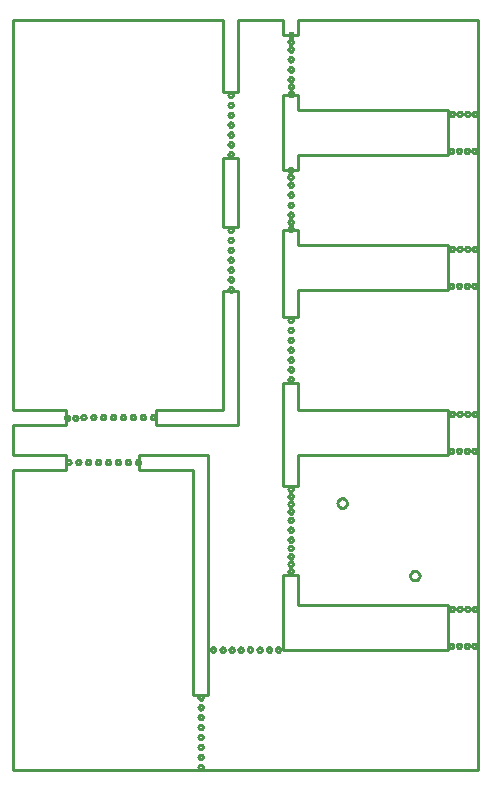
<source format=gbr>
G04 EAGLE Gerber RS-274X export*
G75*
%MOMM*%
%FSLAX34Y34*%
%LPD*%
%IN*%
%IPPOS*%
%AMOC8*
5,1,8,0,0,1.08239X$1,22.5*%
G01*
%ADD10C,0.254000*%


D10*
X0Y0D02*
X393700Y0D01*
X393700Y635000D01*
X241300Y635000D01*
X241300Y622300D01*
X228600Y622300D01*
X228600Y635000D01*
X190500Y635000D01*
X190500Y574040D01*
X177800Y574040D01*
X177800Y635000D01*
X0Y635000D01*
X0Y304800D01*
X44450Y304800D01*
X44450Y292100D01*
X0Y292100D01*
X0Y266700D01*
X44450Y266700D01*
X44450Y254000D01*
X0Y254000D01*
X0Y0D01*
X228600Y383540D02*
X241300Y383540D01*
X241300Y406400D01*
X368300Y406400D01*
X368300Y444500D01*
X241300Y444500D01*
X241300Y457200D01*
X228600Y457200D01*
X228600Y383540D01*
X228600Y240030D02*
X241300Y240030D01*
X241300Y266700D01*
X368300Y266700D01*
X368300Y304800D01*
X241300Y304800D01*
X241300Y327660D01*
X228600Y327660D01*
X228600Y240030D01*
X228600Y101600D02*
X368300Y101600D01*
X368300Y139700D01*
X241300Y139700D01*
X241300Y165100D01*
X228600Y165100D01*
X228600Y101600D01*
X228600Y508000D02*
X241300Y508000D01*
X241300Y520700D01*
X368300Y520700D01*
X368300Y558800D01*
X241300Y558800D01*
X241300Y571500D01*
X228600Y571500D01*
X228600Y508000D01*
X106680Y254000D02*
X152400Y254000D01*
X152400Y63500D01*
X165100Y63500D01*
X165100Y266700D01*
X106680Y266700D01*
X106680Y254000D01*
X177800Y459740D02*
X190500Y459740D01*
X190500Y518160D01*
X177800Y518160D01*
X177800Y459740D01*
X120650Y292100D02*
X190500Y292100D01*
X190500Y405130D01*
X177800Y405130D01*
X177800Y304800D01*
X120650Y304800D01*
X120650Y292100D01*
X194437Y101412D02*
X194364Y101044D01*
X194220Y100698D01*
X194012Y100386D01*
X193746Y100120D01*
X193434Y99912D01*
X193088Y99768D01*
X192720Y99695D01*
X192344Y99695D01*
X191976Y99768D01*
X191630Y99912D01*
X191318Y100120D01*
X191052Y100386D01*
X190844Y100698D01*
X190700Y101044D01*
X190627Y101412D01*
X190627Y101788D01*
X190700Y102156D01*
X190844Y102502D01*
X191052Y102814D01*
X191318Y103080D01*
X191630Y103288D01*
X191976Y103432D01*
X192344Y103505D01*
X192720Y103505D01*
X193088Y103432D01*
X193434Y103288D01*
X193746Y103080D01*
X194012Y102814D01*
X194220Y102502D01*
X194364Y102156D01*
X194437Y101788D01*
X194437Y101412D01*
X210439Y101412D02*
X210366Y101044D01*
X210222Y100698D01*
X210014Y100386D01*
X209748Y100120D01*
X209436Y99912D01*
X209090Y99768D01*
X208722Y99695D01*
X208346Y99695D01*
X207978Y99768D01*
X207632Y99912D01*
X207320Y100120D01*
X207054Y100386D01*
X206846Y100698D01*
X206702Y101044D01*
X206629Y101412D01*
X206629Y101788D01*
X206702Y102156D01*
X206846Y102502D01*
X207054Y102814D01*
X207320Y103080D01*
X207632Y103288D01*
X207978Y103432D01*
X208346Y103505D01*
X208722Y103505D01*
X209090Y103432D01*
X209436Y103288D01*
X209748Y103080D01*
X210014Y102814D01*
X210222Y102502D01*
X210366Y102156D01*
X210439Y101788D01*
X210439Y101412D01*
X218567Y101412D02*
X218494Y101044D01*
X218350Y100698D01*
X218142Y100386D01*
X217876Y100120D01*
X217564Y99912D01*
X217218Y99768D01*
X216850Y99695D01*
X216474Y99695D01*
X216106Y99768D01*
X215760Y99912D01*
X215448Y100120D01*
X215182Y100386D01*
X214974Y100698D01*
X214830Y101044D01*
X214757Y101412D01*
X214757Y101788D01*
X214830Y102156D01*
X214974Y102502D01*
X215182Y102814D01*
X215448Y103080D01*
X215760Y103288D01*
X216106Y103432D01*
X216474Y103505D01*
X216850Y103505D01*
X217218Y103432D01*
X217564Y103288D01*
X217876Y103080D01*
X218142Y102814D01*
X218350Y102502D01*
X218494Y102156D01*
X218567Y101788D01*
X218567Y101412D01*
X202311Y101666D02*
X202238Y101298D01*
X202094Y100952D01*
X201886Y100640D01*
X201620Y100374D01*
X201308Y100166D01*
X200962Y100022D01*
X200594Y99949D01*
X200218Y99949D01*
X199850Y100022D01*
X199504Y100166D01*
X199192Y100374D01*
X198926Y100640D01*
X198718Y100952D01*
X198574Y101298D01*
X198501Y101666D01*
X198501Y102042D01*
X198574Y102410D01*
X198718Y102756D01*
X198926Y103068D01*
X199192Y103334D01*
X199504Y103542D01*
X199850Y103686D01*
X200218Y103759D01*
X200594Y103759D01*
X200962Y103686D01*
X201308Y103542D01*
X201620Y103334D01*
X201886Y103068D01*
X202094Y102756D01*
X202238Y102410D01*
X202311Y102042D01*
X202311Y101666D01*
X226187Y101412D02*
X226114Y101044D01*
X225970Y100698D01*
X225762Y100386D01*
X225496Y100120D01*
X225184Y99912D01*
X224838Y99768D01*
X224470Y99695D01*
X224094Y99695D01*
X223726Y99768D01*
X223380Y99912D01*
X223068Y100120D01*
X222802Y100386D01*
X222594Y100698D01*
X222450Y101044D01*
X222377Y101412D01*
X222377Y101788D01*
X222450Y102156D01*
X222594Y102502D01*
X222802Y102814D01*
X223068Y103080D01*
X223380Y103288D01*
X223726Y103432D01*
X224094Y103505D01*
X224470Y103505D01*
X224838Y103432D01*
X225184Y103288D01*
X225496Y103080D01*
X225762Y102814D01*
X225970Y102502D01*
X226114Y102156D01*
X226187Y101788D01*
X226187Y101412D01*
X54483Y297754D02*
X54410Y297386D01*
X54266Y297040D01*
X54058Y296728D01*
X53792Y296462D01*
X53480Y296254D01*
X53134Y296110D01*
X52766Y296037D01*
X52390Y296037D01*
X52022Y296110D01*
X51676Y296254D01*
X51364Y296462D01*
X51098Y296728D01*
X50890Y297040D01*
X50746Y297386D01*
X50673Y297754D01*
X50673Y298130D01*
X50746Y298498D01*
X50890Y298844D01*
X51098Y299156D01*
X51364Y299422D01*
X51676Y299630D01*
X52022Y299774D01*
X52390Y299847D01*
X52766Y299847D01*
X53134Y299774D01*
X53480Y299630D01*
X53792Y299422D01*
X54058Y299156D01*
X54266Y298844D01*
X54410Y298498D01*
X54483Y298130D01*
X54483Y297754D01*
X47625Y297754D02*
X47552Y297386D01*
X47408Y297040D01*
X47200Y296728D01*
X46934Y296462D01*
X46622Y296254D01*
X46276Y296110D01*
X45908Y296037D01*
X45532Y296037D01*
X45164Y296110D01*
X44818Y296254D01*
X44506Y296462D01*
X44240Y296728D01*
X44032Y297040D01*
X43888Y297386D01*
X43815Y297754D01*
X43815Y298130D01*
X43888Y298498D01*
X44032Y298844D01*
X44240Y299156D01*
X44506Y299422D01*
X44818Y299630D01*
X45164Y299774D01*
X45532Y299847D01*
X45908Y299847D01*
X46276Y299774D01*
X46622Y299630D01*
X46934Y299422D01*
X47200Y299156D01*
X47408Y298844D01*
X47552Y298498D01*
X47625Y298130D01*
X47625Y297754D01*
X171069Y101412D02*
X170996Y101044D01*
X170852Y100698D01*
X170644Y100386D01*
X170378Y100120D01*
X170066Y99912D01*
X169720Y99768D01*
X169352Y99695D01*
X168976Y99695D01*
X168608Y99768D01*
X168262Y99912D01*
X167950Y100120D01*
X167684Y100386D01*
X167476Y100698D01*
X167332Y101044D01*
X167259Y101412D01*
X167259Y101788D01*
X167332Y102156D01*
X167476Y102502D01*
X167684Y102814D01*
X167950Y103080D01*
X168262Y103288D01*
X168608Y103432D01*
X168976Y103505D01*
X169352Y103505D01*
X169720Y103432D01*
X170066Y103288D01*
X170378Y103080D01*
X170644Y102814D01*
X170852Y102502D01*
X170996Y102156D01*
X171069Y101788D01*
X171069Y101412D01*
X179197Y101412D02*
X179124Y101044D01*
X178980Y100698D01*
X178772Y100386D01*
X178506Y100120D01*
X178194Y99912D01*
X177848Y99768D01*
X177480Y99695D01*
X177104Y99695D01*
X176736Y99768D01*
X176390Y99912D01*
X176078Y100120D01*
X175812Y100386D01*
X175604Y100698D01*
X175460Y101044D01*
X175387Y101412D01*
X175387Y101788D01*
X175460Y102156D01*
X175604Y102502D01*
X175812Y102814D01*
X176078Y103080D01*
X176390Y103288D01*
X176736Y103432D01*
X177104Y103505D01*
X177480Y103505D01*
X177848Y103432D01*
X178194Y103288D01*
X178506Y103080D01*
X178772Y102814D01*
X178980Y102502D01*
X179124Y102156D01*
X179197Y101788D01*
X179197Y101412D01*
X186817Y101412D02*
X186744Y101044D01*
X186600Y100698D01*
X186392Y100386D01*
X186126Y100120D01*
X185814Y99912D01*
X185468Y99768D01*
X185100Y99695D01*
X184724Y99695D01*
X184356Y99768D01*
X184010Y99912D01*
X183698Y100120D01*
X183432Y100386D01*
X183224Y100698D01*
X183080Y101044D01*
X183007Y101412D01*
X183007Y101788D01*
X183080Y102156D01*
X183224Y102502D01*
X183432Y102814D01*
X183698Y103080D01*
X184010Y103288D01*
X184356Y103432D01*
X184724Y103505D01*
X185100Y103505D01*
X185468Y103432D01*
X185814Y103288D01*
X186126Y103080D01*
X186392Y102814D01*
X186600Y102502D01*
X186744Y102156D01*
X186817Y101788D01*
X186817Y101412D01*
X236855Y187518D02*
X236782Y187150D01*
X236638Y186804D01*
X236430Y186492D01*
X236164Y186226D01*
X235852Y186018D01*
X235506Y185874D01*
X235138Y185801D01*
X234762Y185801D01*
X234394Y185874D01*
X234048Y186018D01*
X233736Y186226D01*
X233470Y186492D01*
X233262Y186804D01*
X233118Y187150D01*
X233045Y187518D01*
X233045Y187894D01*
X233118Y188262D01*
X233262Y188608D01*
X233470Y188920D01*
X233736Y189186D01*
X234048Y189394D01*
X234394Y189538D01*
X234762Y189611D01*
X235138Y189611D01*
X235506Y189538D01*
X235852Y189394D01*
X236164Y189186D01*
X236430Y188920D01*
X236638Y188608D01*
X236782Y188262D01*
X236855Y187894D01*
X236855Y187518D01*
X236855Y180406D02*
X236782Y180038D01*
X236638Y179692D01*
X236430Y179380D01*
X236164Y179114D01*
X235852Y178906D01*
X235506Y178762D01*
X235138Y178689D01*
X234762Y178689D01*
X234394Y178762D01*
X234048Y178906D01*
X233736Y179114D01*
X233470Y179380D01*
X233262Y179692D01*
X233118Y180038D01*
X233045Y180406D01*
X233045Y180782D01*
X233118Y181150D01*
X233262Y181496D01*
X233470Y181808D01*
X233736Y182074D01*
X234048Y182282D01*
X234394Y182426D01*
X234762Y182499D01*
X235138Y182499D01*
X235506Y182426D01*
X235852Y182282D01*
X236164Y182074D01*
X236430Y181808D01*
X236638Y181496D01*
X236782Y181150D01*
X236855Y180782D01*
X236855Y180406D01*
X236855Y224856D02*
X236782Y224488D01*
X236638Y224142D01*
X236430Y223830D01*
X236164Y223564D01*
X235852Y223356D01*
X235506Y223212D01*
X235138Y223139D01*
X234762Y223139D01*
X234394Y223212D01*
X234048Y223356D01*
X233736Y223564D01*
X233470Y223830D01*
X233262Y224142D01*
X233118Y224488D01*
X233045Y224856D01*
X233045Y225232D01*
X233118Y225600D01*
X233262Y225946D01*
X233470Y226258D01*
X233736Y226524D01*
X234048Y226732D01*
X234394Y226876D01*
X234762Y226949D01*
X235138Y226949D01*
X235506Y226876D01*
X235852Y226732D01*
X236164Y226524D01*
X236430Y226258D01*
X236638Y225946D01*
X236782Y225600D01*
X236855Y225232D01*
X236855Y224856D01*
X236855Y218506D02*
X236782Y218138D01*
X236638Y217792D01*
X236430Y217480D01*
X236164Y217214D01*
X235852Y217006D01*
X235506Y216862D01*
X235138Y216789D01*
X234762Y216789D01*
X234394Y216862D01*
X234048Y217006D01*
X233736Y217214D01*
X233470Y217480D01*
X233262Y217792D01*
X233118Y218138D01*
X233045Y218506D01*
X233045Y218882D01*
X233118Y219250D01*
X233262Y219596D01*
X233470Y219908D01*
X233736Y220174D01*
X234048Y220382D01*
X234394Y220526D01*
X234762Y220599D01*
X235138Y220599D01*
X235506Y220526D01*
X235852Y220382D01*
X236164Y220174D01*
X236430Y219908D01*
X236638Y219596D01*
X236782Y219250D01*
X236855Y218882D01*
X236855Y218506D01*
X236855Y463362D02*
X236782Y462994D01*
X236638Y462648D01*
X236430Y462336D01*
X236164Y462070D01*
X235852Y461862D01*
X235506Y461718D01*
X235138Y461645D01*
X234762Y461645D01*
X234394Y461718D01*
X234048Y461862D01*
X233736Y462070D01*
X233470Y462336D01*
X233262Y462648D01*
X233118Y462994D01*
X233045Y463362D01*
X233045Y463738D01*
X233118Y464106D01*
X233262Y464452D01*
X233470Y464764D01*
X233736Y465030D01*
X234048Y465238D01*
X234394Y465382D01*
X234762Y465455D01*
X235138Y465455D01*
X235506Y465382D01*
X235852Y465238D01*
X236164Y465030D01*
X236430Y464764D01*
X236638Y464452D01*
X236782Y464106D01*
X236855Y463738D01*
X236855Y463362D01*
X236855Y457774D02*
X236782Y457406D01*
X236638Y457060D01*
X236430Y456748D01*
X236164Y456482D01*
X235852Y456274D01*
X235506Y456130D01*
X235138Y456057D01*
X234762Y456057D01*
X234394Y456130D01*
X234048Y456274D01*
X233736Y456482D01*
X233470Y456748D01*
X233262Y457060D01*
X233118Y457406D01*
X233045Y457774D01*
X233045Y458150D01*
X233118Y458518D01*
X233262Y458864D01*
X233470Y459176D01*
X233736Y459442D01*
X234048Y459650D01*
X234394Y459794D01*
X234762Y459867D01*
X235138Y459867D01*
X235506Y459794D01*
X235852Y459650D01*
X236164Y459442D01*
X236430Y459176D01*
X236638Y458864D01*
X236782Y458518D01*
X236855Y458150D01*
X236855Y457774D01*
X236601Y501716D02*
X236528Y501348D01*
X236384Y501002D01*
X236176Y500690D01*
X235910Y500424D01*
X235598Y500216D01*
X235252Y500072D01*
X234884Y499999D01*
X234508Y499999D01*
X234140Y500072D01*
X233794Y500216D01*
X233482Y500424D01*
X233216Y500690D01*
X233008Y501002D01*
X232864Y501348D01*
X232791Y501716D01*
X232791Y502092D01*
X232864Y502460D01*
X233008Y502806D01*
X233216Y503118D01*
X233482Y503384D01*
X233794Y503592D01*
X234140Y503736D01*
X234508Y503809D01*
X234884Y503809D01*
X235252Y503736D01*
X235598Y503592D01*
X235910Y503384D01*
X236176Y503118D01*
X236384Y502806D01*
X236528Y502460D01*
X236601Y502092D01*
X236601Y501716D01*
X236601Y507558D02*
X236528Y507190D01*
X236384Y506844D01*
X236176Y506532D01*
X235910Y506266D01*
X235598Y506058D01*
X235252Y505914D01*
X234884Y505841D01*
X234508Y505841D01*
X234140Y505914D01*
X233794Y506058D01*
X233482Y506266D01*
X233216Y506532D01*
X233008Y506844D01*
X232864Y507190D01*
X232791Y507558D01*
X232791Y507934D01*
X232864Y508302D01*
X233008Y508648D01*
X233216Y508960D01*
X233482Y509226D01*
X233794Y509434D01*
X234140Y509578D01*
X234508Y509651D01*
X234884Y509651D01*
X235252Y509578D01*
X235598Y509434D01*
X235910Y509226D01*
X236176Y508960D01*
X236384Y508648D01*
X236528Y508302D01*
X236601Y507934D01*
X236601Y507558D01*
X237109Y578424D02*
X237036Y578056D01*
X236892Y577710D01*
X236684Y577398D01*
X236418Y577132D01*
X236106Y576924D01*
X235760Y576780D01*
X235392Y576707D01*
X235016Y576707D01*
X234648Y576780D01*
X234302Y576924D01*
X233990Y577132D01*
X233724Y577398D01*
X233516Y577710D01*
X233372Y578056D01*
X233299Y578424D01*
X233299Y578800D01*
X233372Y579168D01*
X233516Y579514D01*
X233724Y579826D01*
X233990Y580092D01*
X234302Y580300D01*
X234648Y580444D01*
X235016Y580517D01*
X235392Y580517D01*
X235760Y580444D01*
X236106Y580300D01*
X236418Y580092D01*
X236684Y579826D01*
X236892Y579514D01*
X237036Y579168D01*
X237109Y578800D01*
X237109Y578424D01*
X237109Y572074D02*
X237036Y571706D01*
X236892Y571360D01*
X236684Y571048D01*
X236418Y570782D01*
X236106Y570574D01*
X235760Y570430D01*
X235392Y570357D01*
X235016Y570357D01*
X234648Y570430D01*
X234302Y570574D01*
X233990Y570782D01*
X233724Y571048D01*
X233516Y571360D01*
X233372Y571706D01*
X233299Y572074D01*
X233299Y572450D01*
X233372Y572818D01*
X233516Y573164D01*
X233724Y573476D01*
X233990Y573742D01*
X234302Y573950D01*
X234648Y574094D01*
X235016Y574167D01*
X235392Y574167D01*
X235760Y574094D01*
X236106Y573950D01*
X236418Y573742D01*
X236684Y573476D01*
X236892Y573164D01*
X237036Y572818D01*
X237109Y572450D01*
X237109Y572074D01*
X236855Y616270D02*
X236782Y615902D01*
X236638Y615556D01*
X236430Y615244D01*
X236164Y614978D01*
X235852Y614770D01*
X235506Y614626D01*
X235138Y614553D01*
X234762Y614553D01*
X234394Y614626D01*
X234048Y614770D01*
X233736Y614978D01*
X233470Y615244D01*
X233262Y615556D01*
X233118Y615902D01*
X233045Y616270D01*
X233045Y616646D01*
X233118Y617014D01*
X233262Y617360D01*
X233470Y617672D01*
X233736Y617938D01*
X234048Y618146D01*
X234394Y618290D01*
X234762Y618363D01*
X235138Y618363D01*
X235506Y618290D01*
X235852Y618146D01*
X236164Y617938D01*
X236430Y617672D01*
X236638Y617360D01*
X236782Y617014D01*
X236855Y616646D01*
X236855Y616270D01*
X237109Y621858D02*
X237036Y621490D01*
X236892Y621144D01*
X236684Y620832D01*
X236418Y620566D01*
X236106Y620358D01*
X235760Y620214D01*
X235392Y620141D01*
X235016Y620141D01*
X234648Y620214D01*
X234302Y620358D01*
X233990Y620566D01*
X233724Y620832D01*
X233516Y621144D01*
X233372Y621490D01*
X233299Y621858D01*
X233299Y622234D01*
X233372Y622602D01*
X233516Y622948D01*
X233724Y623260D01*
X233990Y623526D01*
X234302Y623734D01*
X234648Y623878D01*
X235016Y623951D01*
X235392Y623951D01*
X235760Y623878D01*
X236106Y623734D01*
X236418Y623526D01*
X236684Y623260D01*
X236892Y622948D01*
X237036Y622602D01*
X237109Y622234D01*
X237109Y621858D01*
X236855Y237556D02*
X236782Y237188D01*
X236638Y236842D01*
X236430Y236530D01*
X236164Y236264D01*
X235852Y236056D01*
X235506Y235912D01*
X235138Y235839D01*
X234762Y235839D01*
X234394Y235912D01*
X234048Y236056D01*
X233736Y236264D01*
X233470Y236530D01*
X233262Y236842D01*
X233118Y237188D01*
X233045Y237556D01*
X233045Y237932D01*
X233118Y238300D01*
X233262Y238646D01*
X233470Y238958D01*
X233736Y239224D01*
X234048Y239432D01*
X234394Y239576D01*
X234762Y239649D01*
X235138Y239649D01*
X235506Y239576D01*
X235852Y239432D01*
X236164Y239224D01*
X236430Y238958D01*
X236638Y238646D01*
X236782Y238300D01*
X236855Y237932D01*
X236855Y237556D01*
X236855Y231206D02*
X236782Y230838D01*
X236638Y230492D01*
X236430Y230180D01*
X236164Y229914D01*
X235852Y229706D01*
X235506Y229562D01*
X235138Y229489D01*
X234762Y229489D01*
X234394Y229562D01*
X234048Y229706D01*
X233736Y229914D01*
X233470Y230180D01*
X233262Y230492D01*
X233118Y230838D01*
X233045Y231206D01*
X233045Y231582D01*
X233118Y231950D01*
X233262Y232296D01*
X233470Y232608D01*
X233736Y232874D01*
X234048Y233082D01*
X234394Y233226D01*
X234762Y233299D01*
X235138Y233299D01*
X235506Y233226D01*
X235852Y233082D01*
X236164Y232874D01*
X236430Y232608D01*
X236638Y232296D01*
X236782Y231950D01*
X236855Y231582D01*
X236855Y231206D01*
X236855Y174056D02*
X236782Y173688D01*
X236638Y173342D01*
X236430Y173030D01*
X236164Y172764D01*
X235852Y172556D01*
X235506Y172412D01*
X235138Y172339D01*
X234762Y172339D01*
X234394Y172412D01*
X234048Y172556D01*
X233736Y172764D01*
X233470Y173030D01*
X233262Y173342D01*
X233118Y173688D01*
X233045Y174056D01*
X233045Y174432D01*
X233118Y174800D01*
X233262Y175146D01*
X233470Y175458D01*
X233736Y175724D01*
X234048Y175932D01*
X234394Y176076D01*
X234762Y176149D01*
X235138Y176149D01*
X235506Y176076D01*
X235852Y175932D01*
X236164Y175724D01*
X236430Y175458D01*
X236638Y175146D01*
X236782Y174800D01*
X236855Y174432D01*
X236855Y174056D01*
X236855Y167706D02*
X236782Y167338D01*
X236638Y166992D01*
X236430Y166680D01*
X236164Y166414D01*
X235852Y166206D01*
X235506Y166062D01*
X235138Y165989D01*
X234762Y165989D01*
X234394Y166062D01*
X234048Y166206D01*
X233736Y166414D01*
X233470Y166680D01*
X233262Y166992D01*
X233118Y167338D01*
X233045Y167706D01*
X233045Y168082D01*
X233118Y168450D01*
X233262Y168796D01*
X233470Y169108D01*
X233736Y169374D01*
X234048Y169582D01*
X234394Y169726D01*
X234762Y169799D01*
X235138Y169799D01*
X235506Y169726D01*
X235852Y169582D01*
X236164Y169374D01*
X236430Y169108D01*
X236638Y168796D01*
X236782Y168450D01*
X236855Y168082D01*
X236855Y167706D01*
X379857Y555056D02*
X379784Y554688D01*
X379640Y554342D01*
X379432Y554030D01*
X379166Y553764D01*
X378854Y553556D01*
X378508Y553412D01*
X378140Y553339D01*
X377764Y553339D01*
X377396Y553412D01*
X377050Y553556D01*
X376738Y553764D01*
X376472Y554030D01*
X376264Y554342D01*
X376120Y554688D01*
X376047Y555056D01*
X376047Y555432D01*
X376120Y555800D01*
X376264Y556146D01*
X376472Y556458D01*
X376738Y556724D01*
X377050Y556932D01*
X377396Y557076D01*
X377764Y557149D01*
X378140Y557149D01*
X378508Y557076D01*
X378854Y556932D01*
X379166Y556724D01*
X379432Y556458D01*
X379640Y556146D01*
X379784Y555800D01*
X379857Y555432D01*
X379857Y555056D01*
X386461Y555056D02*
X386388Y554688D01*
X386244Y554342D01*
X386036Y554030D01*
X385770Y553764D01*
X385458Y553556D01*
X385112Y553412D01*
X384744Y553339D01*
X384368Y553339D01*
X384000Y553412D01*
X383654Y553556D01*
X383342Y553764D01*
X383076Y554030D01*
X382868Y554342D01*
X382724Y554688D01*
X382651Y555056D01*
X382651Y555432D01*
X382724Y555800D01*
X382868Y556146D01*
X383076Y556458D01*
X383342Y556724D01*
X383654Y556932D01*
X384000Y557076D01*
X384368Y557149D01*
X384744Y557149D01*
X385112Y557076D01*
X385458Y556932D01*
X385770Y556724D01*
X386036Y556458D01*
X386244Y556146D01*
X386388Y555800D01*
X386461Y555432D01*
X386461Y555056D01*
X392811Y555056D02*
X392738Y554688D01*
X392594Y554342D01*
X392386Y554030D01*
X392120Y553764D01*
X391808Y553556D01*
X391462Y553412D01*
X391094Y553339D01*
X390718Y553339D01*
X390350Y553412D01*
X390004Y553556D01*
X389692Y553764D01*
X389426Y554030D01*
X389218Y554342D01*
X389074Y554688D01*
X389001Y555056D01*
X389001Y555432D01*
X389074Y555800D01*
X389218Y556146D01*
X389426Y556458D01*
X389692Y556724D01*
X390004Y556932D01*
X390350Y557076D01*
X390718Y557149D01*
X391094Y557149D01*
X391462Y557076D01*
X391808Y556932D01*
X392120Y556724D01*
X392386Y556458D01*
X392594Y556146D01*
X392738Y555800D01*
X392811Y555432D01*
X392811Y555056D01*
X373253Y555056D02*
X373180Y554688D01*
X373036Y554342D01*
X372828Y554030D01*
X372562Y553764D01*
X372250Y553556D01*
X371904Y553412D01*
X371536Y553339D01*
X371160Y553339D01*
X370792Y553412D01*
X370446Y553556D01*
X370134Y553764D01*
X369868Y554030D01*
X369660Y554342D01*
X369516Y554688D01*
X369443Y555056D01*
X369443Y555432D01*
X369516Y555800D01*
X369660Y556146D01*
X369868Y556458D01*
X370134Y556724D01*
X370446Y556932D01*
X370792Y557076D01*
X371160Y557149D01*
X371536Y557149D01*
X371904Y557076D01*
X372250Y556932D01*
X372562Y556724D01*
X372828Y556458D01*
X373036Y556146D01*
X373180Y555800D01*
X373253Y555432D01*
X373253Y555056D01*
X379349Y523814D02*
X379276Y523446D01*
X379132Y523100D01*
X378924Y522788D01*
X378658Y522522D01*
X378346Y522314D01*
X378000Y522170D01*
X377632Y522097D01*
X377256Y522097D01*
X376888Y522170D01*
X376542Y522314D01*
X376230Y522522D01*
X375964Y522788D01*
X375756Y523100D01*
X375612Y523446D01*
X375539Y523814D01*
X375539Y524190D01*
X375612Y524558D01*
X375756Y524904D01*
X375964Y525216D01*
X376230Y525482D01*
X376542Y525690D01*
X376888Y525834D01*
X377256Y525907D01*
X377632Y525907D01*
X378000Y525834D01*
X378346Y525690D01*
X378658Y525482D01*
X378924Y525216D01*
X379132Y524904D01*
X379276Y524558D01*
X379349Y524190D01*
X379349Y523814D01*
X385953Y523814D02*
X385880Y523446D01*
X385736Y523100D01*
X385528Y522788D01*
X385262Y522522D01*
X384950Y522314D01*
X384604Y522170D01*
X384236Y522097D01*
X383860Y522097D01*
X383492Y522170D01*
X383146Y522314D01*
X382834Y522522D01*
X382568Y522788D01*
X382360Y523100D01*
X382216Y523446D01*
X382143Y523814D01*
X382143Y524190D01*
X382216Y524558D01*
X382360Y524904D01*
X382568Y525216D01*
X382834Y525482D01*
X383146Y525690D01*
X383492Y525834D01*
X383860Y525907D01*
X384236Y525907D01*
X384604Y525834D01*
X384950Y525690D01*
X385262Y525482D01*
X385528Y525216D01*
X385736Y524904D01*
X385880Y524558D01*
X385953Y524190D01*
X385953Y523814D01*
X392303Y523814D02*
X392230Y523446D01*
X392086Y523100D01*
X391878Y522788D01*
X391612Y522522D01*
X391300Y522314D01*
X390954Y522170D01*
X390586Y522097D01*
X390210Y522097D01*
X389842Y522170D01*
X389496Y522314D01*
X389184Y522522D01*
X388918Y522788D01*
X388710Y523100D01*
X388566Y523446D01*
X388493Y523814D01*
X388493Y524190D01*
X388566Y524558D01*
X388710Y524904D01*
X388918Y525216D01*
X389184Y525482D01*
X389496Y525690D01*
X389842Y525834D01*
X390210Y525907D01*
X390586Y525907D01*
X390954Y525834D01*
X391300Y525690D01*
X391612Y525482D01*
X391878Y525216D01*
X392086Y524904D01*
X392230Y524558D01*
X392303Y524190D01*
X392303Y523814D01*
X372745Y523814D02*
X372672Y523446D01*
X372528Y523100D01*
X372320Y522788D01*
X372054Y522522D01*
X371742Y522314D01*
X371396Y522170D01*
X371028Y522097D01*
X370652Y522097D01*
X370284Y522170D01*
X369938Y522314D01*
X369626Y522522D01*
X369360Y522788D01*
X369152Y523100D01*
X369008Y523446D01*
X368935Y523814D01*
X368935Y524190D01*
X369008Y524558D01*
X369152Y524904D01*
X369360Y525216D01*
X369626Y525482D01*
X369938Y525690D01*
X370284Y525834D01*
X370652Y525907D01*
X371028Y525907D01*
X371396Y525834D01*
X371742Y525690D01*
X372054Y525482D01*
X372320Y525216D01*
X372528Y524904D01*
X372672Y524558D01*
X372745Y524190D01*
X372745Y523814D01*
X379857Y440756D02*
X379784Y440388D01*
X379640Y440042D01*
X379432Y439730D01*
X379166Y439464D01*
X378854Y439256D01*
X378508Y439112D01*
X378140Y439039D01*
X377764Y439039D01*
X377396Y439112D01*
X377050Y439256D01*
X376738Y439464D01*
X376472Y439730D01*
X376264Y440042D01*
X376120Y440388D01*
X376047Y440756D01*
X376047Y441132D01*
X376120Y441500D01*
X376264Y441846D01*
X376472Y442158D01*
X376738Y442424D01*
X377050Y442632D01*
X377396Y442776D01*
X377764Y442849D01*
X378140Y442849D01*
X378508Y442776D01*
X378854Y442632D01*
X379166Y442424D01*
X379432Y442158D01*
X379640Y441846D01*
X379784Y441500D01*
X379857Y441132D01*
X379857Y440756D01*
X386461Y440756D02*
X386388Y440388D01*
X386244Y440042D01*
X386036Y439730D01*
X385770Y439464D01*
X385458Y439256D01*
X385112Y439112D01*
X384744Y439039D01*
X384368Y439039D01*
X384000Y439112D01*
X383654Y439256D01*
X383342Y439464D01*
X383076Y439730D01*
X382868Y440042D01*
X382724Y440388D01*
X382651Y440756D01*
X382651Y441132D01*
X382724Y441500D01*
X382868Y441846D01*
X383076Y442158D01*
X383342Y442424D01*
X383654Y442632D01*
X384000Y442776D01*
X384368Y442849D01*
X384744Y442849D01*
X385112Y442776D01*
X385458Y442632D01*
X385770Y442424D01*
X386036Y442158D01*
X386244Y441846D01*
X386388Y441500D01*
X386461Y441132D01*
X386461Y440756D01*
X392811Y440756D02*
X392738Y440388D01*
X392594Y440042D01*
X392386Y439730D01*
X392120Y439464D01*
X391808Y439256D01*
X391462Y439112D01*
X391094Y439039D01*
X390718Y439039D01*
X390350Y439112D01*
X390004Y439256D01*
X389692Y439464D01*
X389426Y439730D01*
X389218Y440042D01*
X389074Y440388D01*
X389001Y440756D01*
X389001Y441132D01*
X389074Y441500D01*
X389218Y441846D01*
X389426Y442158D01*
X389692Y442424D01*
X390004Y442632D01*
X390350Y442776D01*
X390718Y442849D01*
X391094Y442849D01*
X391462Y442776D01*
X391808Y442632D01*
X392120Y442424D01*
X392386Y442158D01*
X392594Y441846D01*
X392738Y441500D01*
X392811Y441132D01*
X392811Y440756D01*
X373253Y440756D02*
X373180Y440388D01*
X373036Y440042D01*
X372828Y439730D01*
X372562Y439464D01*
X372250Y439256D01*
X371904Y439112D01*
X371536Y439039D01*
X371160Y439039D01*
X370792Y439112D01*
X370446Y439256D01*
X370134Y439464D01*
X369868Y439730D01*
X369660Y440042D01*
X369516Y440388D01*
X369443Y440756D01*
X369443Y441132D01*
X369516Y441500D01*
X369660Y441846D01*
X369868Y442158D01*
X370134Y442424D01*
X370446Y442632D01*
X370792Y442776D01*
X371160Y442849D01*
X371536Y442849D01*
X371904Y442776D01*
X372250Y442632D01*
X372562Y442424D01*
X372828Y442158D01*
X373036Y441846D01*
X373180Y441500D01*
X373253Y441132D01*
X373253Y440756D01*
X379349Y409514D02*
X379276Y409146D01*
X379132Y408800D01*
X378924Y408488D01*
X378658Y408222D01*
X378346Y408014D01*
X378000Y407870D01*
X377632Y407797D01*
X377256Y407797D01*
X376888Y407870D01*
X376542Y408014D01*
X376230Y408222D01*
X375964Y408488D01*
X375756Y408800D01*
X375612Y409146D01*
X375539Y409514D01*
X375539Y409890D01*
X375612Y410258D01*
X375756Y410604D01*
X375964Y410916D01*
X376230Y411182D01*
X376542Y411390D01*
X376888Y411534D01*
X377256Y411607D01*
X377632Y411607D01*
X378000Y411534D01*
X378346Y411390D01*
X378658Y411182D01*
X378924Y410916D01*
X379132Y410604D01*
X379276Y410258D01*
X379349Y409890D01*
X379349Y409514D01*
X385953Y409514D02*
X385880Y409146D01*
X385736Y408800D01*
X385528Y408488D01*
X385262Y408222D01*
X384950Y408014D01*
X384604Y407870D01*
X384236Y407797D01*
X383860Y407797D01*
X383492Y407870D01*
X383146Y408014D01*
X382834Y408222D01*
X382568Y408488D01*
X382360Y408800D01*
X382216Y409146D01*
X382143Y409514D01*
X382143Y409890D01*
X382216Y410258D01*
X382360Y410604D01*
X382568Y410916D01*
X382834Y411182D01*
X383146Y411390D01*
X383492Y411534D01*
X383860Y411607D01*
X384236Y411607D01*
X384604Y411534D01*
X384950Y411390D01*
X385262Y411182D01*
X385528Y410916D01*
X385736Y410604D01*
X385880Y410258D01*
X385953Y409890D01*
X385953Y409514D01*
X392303Y409514D02*
X392230Y409146D01*
X392086Y408800D01*
X391878Y408488D01*
X391612Y408222D01*
X391300Y408014D01*
X390954Y407870D01*
X390586Y407797D01*
X390210Y407797D01*
X389842Y407870D01*
X389496Y408014D01*
X389184Y408222D01*
X388918Y408488D01*
X388710Y408800D01*
X388566Y409146D01*
X388493Y409514D01*
X388493Y409890D01*
X388566Y410258D01*
X388710Y410604D01*
X388918Y410916D01*
X389184Y411182D01*
X389496Y411390D01*
X389842Y411534D01*
X390210Y411607D01*
X390586Y411607D01*
X390954Y411534D01*
X391300Y411390D01*
X391612Y411182D01*
X391878Y410916D01*
X392086Y410604D01*
X392230Y410258D01*
X392303Y409890D01*
X392303Y409514D01*
X372745Y409514D02*
X372672Y409146D01*
X372528Y408800D01*
X372320Y408488D01*
X372054Y408222D01*
X371742Y408014D01*
X371396Y407870D01*
X371028Y407797D01*
X370652Y407797D01*
X370284Y407870D01*
X369938Y408014D01*
X369626Y408222D01*
X369360Y408488D01*
X369152Y408800D01*
X369008Y409146D01*
X368935Y409514D01*
X368935Y409890D01*
X369008Y410258D01*
X369152Y410604D01*
X369360Y410916D01*
X369626Y411182D01*
X369938Y411390D01*
X370284Y411534D01*
X370652Y411607D01*
X371028Y411607D01*
X371396Y411534D01*
X371742Y411390D01*
X372054Y411182D01*
X372320Y410916D01*
X372528Y410604D01*
X372672Y410258D01*
X372745Y409890D01*
X372745Y409514D01*
X379857Y301056D02*
X379784Y300688D01*
X379640Y300342D01*
X379432Y300030D01*
X379166Y299764D01*
X378854Y299556D01*
X378508Y299412D01*
X378140Y299339D01*
X377764Y299339D01*
X377396Y299412D01*
X377050Y299556D01*
X376738Y299764D01*
X376472Y300030D01*
X376264Y300342D01*
X376120Y300688D01*
X376047Y301056D01*
X376047Y301432D01*
X376120Y301800D01*
X376264Y302146D01*
X376472Y302458D01*
X376738Y302724D01*
X377050Y302932D01*
X377396Y303076D01*
X377764Y303149D01*
X378140Y303149D01*
X378508Y303076D01*
X378854Y302932D01*
X379166Y302724D01*
X379432Y302458D01*
X379640Y302146D01*
X379784Y301800D01*
X379857Y301432D01*
X379857Y301056D01*
X386461Y301056D02*
X386388Y300688D01*
X386244Y300342D01*
X386036Y300030D01*
X385770Y299764D01*
X385458Y299556D01*
X385112Y299412D01*
X384744Y299339D01*
X384368Y299339D01*
X384000Y299412D01*
X383654Y299556D01*
X383342Y299764D01*
X383076Y300030D01*
X382868Y300342D01*
X382724Y300688D01*
X382651Y301056D01*
X382651Y301432D01*
X382724Y301800D01*
X382868Y302146D01*
X383076Y302458D01*
X383342Y302724D01*
X383654Y302932D01*
X384000Y303076D01*
X384368Y303149D01*
X384744Y303149D01*
X385112Y303076D01*
X385458Y302932D01*
X385770Y302724D01*
X386036Y302458D01*
X386244Y302146D01*
X386388Y301800D01*
X386461Y301432D01*
X386461Y301056D01*
X392811Y301056D02*
X392738Y300688D01*
X392594Y300342D01*
X392386Y300030D01*
X392120Y299764D01*
X391808Y299556D01*
X391462Y299412D01*
X391094Y299339D01*
X390718Y299339D01*
X390350Y299412D01*
X390004Y299556D01*
X389692Y299764D01*
X389426Y300030D01*
X389218Y300342D01*
X389074Y300688D01*
X389001Y301056D01*
X389001Y301432D01*
X389074Y301800D01*
X389218Y302146D01*
X389426Y302458D01*
X389692Y302724D01*
X390004Y302932D01*
X390350Y303076D01*
X390718Y303149D01*
X391094Y303149D01*
X391462Y303076D01*
X391808Y302932D01*
X392120Y302724D01*
X392386Y302458D01*
X392594Y302146D01*
X392738Y301800D01*
X392811Y301432D01*
X392811Y301056D01*
X373253Y301056D02*
X373180Y300688D01*
X373036Y300342D01*
X372828Y300030D01*
X372562Y299764D01*
X372250Y299556D01*
X371904Y299412D01*
X371536Y299339D01*
X371160Y299339D01*
X370792Y299412D01*
X370446Y299556D01*
X370134Y299764D01*
X369868Y300030D01*
X369660Y300342D01*
X369516Y300688D01*
X369443Y301056D01*
X369443Y301432D01*
X369516Y301800D01*
X369660Y302146D01*
X369868Y302458D01*
X370134Y302724D01*
X370446Y302932D01*
X370792Y303076D01*
X371160Y303149D01*
X371536Y303149D01*
X371904Y303076D01*
X372250Y302932D01*
X372562Y302724D01*
X372828Y302458D01*
X373036Y302146D01*
X373180Y301800D01*
X373253Y301432D01*
X373253Y301056D01*
X379349Y269814D02*
X379276Y269446D01*
X379132Y269100D01*
X378924Y268788D01*
X378658Y268522D01*
X378346Y268314D01*
X378000Y268170D01*
X377632Y268097D01*
X377256Y268097D01*
X376888Y268170D01*
X376542Y268314D01*
X376230Y268522D01*
X375964Y268788D01*
X375756Y269100D01*
X375612Y269446D01*
X375539Y269814D01*
X375539Y270190D01*
X375612Y270558D01*
X375756Y270904D01*
X375964Y271216D01*
X376230Y271482D01*
X376542Y271690D01*
X376888Y271834D01*
X377256Y271907D01*
X377632Y271907D01*
X378000Y271834D01*
X378346Y271690D01*
X378658Y271482D01*
X378924Y271216D01*
X379132Y270904D01*
X379276Y270558D01*
X379349Y270190D01*
X379349Y269814D01*
X385953Y269814D02*
X385880Y269446D01*
X385736Y269100D01*
X385528Y268788D01*
X385262Y268522D01*
X384950Y268314D01*
X384604Y268170D01*
X384236Y268097D01*
X383860Y268097D01*
X383492Y268170D01*
X383146Y268314D01*
X382834Y268522D01*
X382568Y268788D01*
X382360Y269100D01*
X382216Y269446D01*
X382143Y269814D01*
X382143Y270190D01*
X382216Y270558D01*
X382360Y270904D01*
X382568Y271216D01*
X382834Y271482D01*
X383146Y271690D01*
X383492Y271834D01*
X383860Y271907D01*
X384236Y271907D01*
X384604Y271834D01*
X384950Y271690D01*
X385262Y271482D01*
X385528Y271216D01*
X385736Y270904D01*
X385880Y270558D01*
X385953Y270190D01*
X385953Y269814D01*
X392303Y269814D02*
X392230Y269446D01*
X392086Y269100D01*
X391878Y268788D01*
X391612Y268522D01*
X391300Y268314D01*
X390954Y268170D01*
X390586Y268097D01*
X390210Y268097D01*
X389842Y268170D01*
X389496Y268314D01*
X389184Y268522D01*
X388918Y268788D01*
X388710Y269100D01*
X388566Y269446D01*
X388493Y269814D01*
X388493Y270190D01*
X388566Y270558D01*
X388710Y270904D01*
X388918Y271216D01*
X389184Y271482D01*
X389496Y271690D01*
X389842Y271834D01*
X390210Y271907D01*
X390586Y271907D01*
X390954Y271834D01*
X391300Y271690D01*
X391612Y271482D01*
X391878Y271216D01*
X392086Y270904D01*
X392230Y270558D01*
X392303Y270190D01*
X392303Y269814D01*
X372745Y269814D02*
X372672Y269446D01*
X372528Y269100D01*
X372320Y268788D01*
X372054Y268522D01*
X371742Y268314D01*
X371396Y268170D01*
X371028Y268097D01*
X370652Y268097D01*
X370284Y268170D01*
X369938Y268314D01*
X369626Y268522D01*
X369360Y268788D01*
X369152Y269100D01*
X369008Y269446D01*
X368935Y269814D01*
X368935Y270190D01*
X369008Y270558D01*
X369152Y270904D01*
X369360Y271216D01*
X369626Y271482D01*
X369938Y271690D01*
X370284Y271834D01*
X370652Y271907D01*
X371028Y271907D01*
X371396Y271834D01*
X371742Y271690D01*
X372054Y271482D01*
X372320Y271216D01*
X372528Y270904D01*
X372672Y270558D01*
X372745Y270190D01*
X372745Y269814D01*
X379857Y135956D02*
X379784Y135588D01*
X379640Y135242D01*
X379432Y134930D01*
X379166Y134664D01*
X378854Y134456D01*
X378508Y134312D01*
X378140Y134239D01*
X377764Y134239D01*
X377396Y134312D01*
X377050Y134456D01*
X376738Y134664D01*
X376472Y134930D01*
X376264Y135242D01*
X376120Y135588D01*
X376047Y135956D01*
X376047Y136332D01*
X376120Y136700D01*
X376264Y137046D01*
X376472Y137358D01*
X376738Y137624D01*
X377050Y137832D01*
X377396Y137976D01*
X377764Y138049D01*
X378140Y138049D01*
X378508Y137976D01*
X378854Y137832D01*
X379166Y137624D01*
X379432Y137358D01*
X379640Y137046D01*
X379784Y136700D01*
X379857Y136332D01*
X379857Y135956D01*
X386461Y135956D02*
X386388Y135588D01*
X386244Y135242D01*
X386036Y134930D01*
X385770Y134664D01*
X385458Y134456D01*
X385112Y134312D01*
X384744Y134239D01*
X384368Y134239D01*
X384000Y134312D01*
X383654Y134456D01*
X383342Y134664D01*
X383076Y134930D01*
X382868Y135242D01*
X382724Y135588D01*
X382651Y135956D01*
X382651Y136332D01*
X382724Y136700D01*
X382868Y137046D01*
X383076Y137358D01*
X383342Y137624D01*
X383654Y137832D01*
X384000Y137976D01*
X384368Y138049D01*
X384744Y138049D01*
X385112Y137976D01*
X385458Y137832D01*
X385770Y137624D01*
X386036Y137358D01*
X386244Y137046D01*
X386388Y136700D01*
X386461Y136332D01*
X386461Y135956D01*
X392811Y135956D02*
X392738Y135588D01*
X392594Y135242D01*
X392386Y134930D01*
X392120Y134664D01*
X391808Y134456D01*
X391462Y134312D01*
X391094Y134239D01*
X390718Y134239D01*
X390350Y134312D01*
X390004Y134456D01*
X389692Y134664D01*
X389426Y134930D01*
X389218Y135242D01*
X389074Y135588D01*
X389001Y135956D01*
X389001Y136332D01*
X389074Y136700D01*
X389218Y137046D01*
X389426Y137358D01*
X389692Y137624D01*
X390004Y137832D01*
X390350Y137976D01*
X390718Y138049D01*
X391094Y138049D01*
X391462Y137976D01*
X391808Y137832D01*
X392120Y137624D01*
X392386Y137358D01*
X392594Y137046D01*
X392738Y136700D01*
X392811Y136332D01*
X392811Y135956D01*
X373253Y135956D02*
X373180Y135588D01*
X373036Y135242D01*
X372828Y134930D01*
X372562Y134664D01*
X372250Y134456D01*
X371904Y134312D01*
X371536Y134239D01*
X371160Y134239D01*
X370792Y134312D01*
X370446Y134456D01*
X370134Y134664D01*
X369868Y134930D01*
X369660Y135242D01*
X369516Y135588D01*
X369443Y135956D01*
X369443Y136332D01*
X369516Y136700D01*
X369660Y137046D01*
X369868Y137358D01*
X370134Y137624D01*
X370446Y137832D01*
X370792Y137976D01*
X371160Y138049D01*
X371536Y138049D01*
X371904Y137976D01*
X372250Y137832D01*
X372562Y137624D01*
X372828Y137358D01*
X373036Y137046D01*
X373180Y136700D01*
X373253Y136332D01*
X373253Y135956D01*
X379349Y104714D02*
X379276Y104346D01*
X379132Y104000D01*
X378924Y103688D01*
X378658Y103422D01*
X378346Y103214D01*
X378000Y103070D01*
X377632Y102997D01*
X377256Y102997D01*
X376888Y103070D01*
X376542Y103214D01*
X376230Y103422D01*
X375964Y103688D01*
X375756Y104000D01*
X375612Y104346D01*
X375539Y104714D01*
X375539Y105090D01*
X375612Y105458D01*
X375756Y105804D01*
X375964Y106116D01*
X376230Y106382D01*
X376542Y106590D01*
X376888Y106734D01*
X377256Y106807D01*
X377632Y106807D01*
X378000Y106734D01*
X378346Y106590D01*
X378658Y106382D01*
X378924Y106116D01*
X379132Y105804D01*
X379276Y105458D01*
X379349Y105090D01*
X379349Y104714D01*
X385953Y104714D02*
X385880Y104346D01*
X385736Y104000D01*
X385528Y103688D01*
X385262Y103422D01*
X384950Y103214D01*
X384604Y103070D01*
X384236Y102997D01*
X383860Y102997D01*
X383492Y103070D01*
X383146Y103214D01*
X382834Y103422D01*
X382568Y103688D01*
X382360Y104000D01*
X382216Y104346D01*
X382143Y104714D01*
X382143Y105090D01*
X382216Y105458D01*
X382360Y105804D01*
X382568Y106116D01*
X382834Y106382D01*
X383146Y106590D01*
X383492Y106734D01*
X383860Y106807D01*
X384236Y106807D01*
X384604Y106734D01*
X384950Y106590D01*
X385262Y106382D01*
X385528Y106116D01*
X385736Y105804D01*
X385880Y105458D01*
X385953Y105090D01*
X385953Y104714D01*
X392303Y104714D02*
X392230Y104346D01*
X392086Y104000D01*
X391878Y103688D01*
X391612Y103422D01*
X391300Y103214D01*
X390954Y103070D01*
X390586Y102997D01*
X390210Y102997D01*
X389842Y103070D01*
X389496Y103214D01*
X389184Y103422D01*
X388918Y103688D01*
X388710Y104000D01*
X388566Y104346D01*
X388493Y104714D01*
X388493Y105090D01*
X388566Y105458D01*
X388710Y105804D01*
X388918Y106116D01*
X389184Y106382D01*
X389496Y106590D01*
X389842Y106734D01*
X390210Y106807D01*
X390586Y106807D01*
X390954Y106734D01*
X391300Y106590D01*
X391612Y106382D01*
X391878Y106116D01*
X392086Y105804D01*
X392230Y105458D01*
X392303Y105090D01*
X392303Y104714D01*
X372745Y104714D02*
X372672Y104346D01*
X372528Y104000D01*
X372320Y103688D01*
X372054Y103422D01*
X371742Y103214D01*
X371396Y103070D01*
X371028Y102997D01*
X370652Y102997D01*
X370284Y103070D01*
X369938Y103214D01*
X369626Y103422D01*
X369360Y103688D01*
X369152Y104000D01*
X369008Y104346D01*
X368935Y104714D01*
X368935Y105090D01*
X369008Y105458D01*
X369152Y105804D01*
X369360Y106116D01*
X369626Y106382D01*
X369938Y106590D01*
X370284Y106734D01*
X370652Y106807D01*
X371028Y106807D01*
X371396Y106734D01*
X371742Y106590D01*
X372054Y106382D01*
X372320Y106116D01*
X372528Y105804D01*
X372672Y105458D01*
X372745Y105090D01*
X372745Y104714D01*
X340262Y168200D02*
X340782Y168132D01*
X341289Y167996D01*
X341773Y167795D01*
X342227Y167533D01*
X342643Y167214D01*
X343014Y166843D01*
X343333Y166427D01*
X343595Y165973D01*
X343796Y165489D01*
X343932Y164982D01*
X344000Y164462D01*
X344000Y163938D01*
X343932Y163418D01*
X343796Y162911D01*
X343595Y162427D01*
X343333Y161973D01*
X343014Y161557D01*
X342643Y161186D01*
X342227Y160867D01*
X341773Y160605D01*
X341289Y160404D01*
X340782Y160268D01*
X340262Y160200D01*
X339738Y160200D01*
X339218Y160268D01*
X338711Y160404D01*
X338227Y160605D01*
X337773Y160867D01*
X337357Y161186D01*
X336986Y161557D01*
X336667Y161973D01*
X336405Y162427D01*
X336204Y162911D01*
X336068Y163418D01*
X336000Y163938D01*
X336000Y164462D01*
X336068Y164982D01*
X336204Y165489D01*
X336405Y165973D01*
X336667Y166427D01*
X336986Y166843D01*
X337357Y167214D01*
X337773Y167533D01*
X338227Y167795D01*
X338711Y167996D01*
X339218Y168132D01*
X339738Y168200D01*
X340262Y168200D01*
X278762Y229700D02*
X279282Y229632D01*
X279789Y229496D01*
X280273Y229295D01*
X280727Y229033D01*
X281143Y228714D01*
X281514Y228343D01*
X281833Y227927D01*
X282095Y227473D01*
X282296Y226989D01*
X282432Y226482D01*
X282500Y225962D01*
X282500Y225438D01*
X282432Y224918D01*
X282296Y224411D01*
X282095Y223927D01*
X281833Y223473D01*
X281514Y223057D01*
X281143Y222686D01*
X280727Y222367D01*
X280273Y222105D01*
X279789Y221904D01*
X279282Y221768D01*
X278762Y221700D01*
X278238Y221700D01*
X277718Y221768D01*
X277211Y221904D01*
X276727Y222105D01*
X276273Y222367D01*
X275857Y222686D01*
X275486Y223057D01*
X275167Y223473D01*
X274905Y223927D01*
X274704Y224411D01*
X274568Y224918D01*
X274500Y225438D01*
X274500Y225962D01*
X274568Y226482D01*
X274704Y226989D01*
X274905Y227473D01*
X275167Y227927D01*
X275486Y228343D01*
X275857Y228714D01*
X276273Y229033D01*
X276727Y229295D01*
X277211Y229496D01*
X277718Y229632D01*
X278238Y229700D01*
X278762Y229700D01*
X234762Y209677D02*
X234394Y209750D01*
X234048Y209894D01*
X233736Y210102D01*
X233470Y210368D01*
X233262Y210680D01*
X233118Y211026D01*
X233045Y211394D01*
X233045Y211770D01*
X233118Y212138D01*
X233262Y212484D01*
X233470Y212796D01*
X233736Y213062D01*
X234048Y213270D01*
X234394Y213414D01*
X234762Y213487D01*
X235138Y213487D01*
X235506Y213414D01*
X235852Y213270D01*
X236164Y213062D01*
X236430Y212796D01*
X236638Y212484D01*
X236782Y212138D01*
X236855Y211770D01*
X236855Y211394D01*
X236782Y211026D01*
X236638Y210680D01*
X236430Y210368D01*
X236164Y210102D01*
X235852Y209894D01*
X235506Y209750D01*
X235138Y209677D01*
X234762Y209677D01*
X234762Y201295D02*
X234394Y201368D01*
X234048Y201512D01*
X233736Y201720D01*
X233470Y201986D01*
X233262Y202298D01*
X233118Y202644D01*
X233045Y203012D01*
X233045Y203388D01*
X233118Y203756D01*
X233262Y204102D01*
X233470Y204414D01*
X233736Y204680D01*
X234048Y204888D01*
X234394Y205032D01*
X234762Y205105D01*
X235138Y205105D01*
X235506Y205032D01*
X235852Y204888D01*
X236164Y204680D01*
X236430Y204414D01*
X236638Y204102D01*
X236782Y203756D01*
X236855Y203388D01*
X236855Y203012D01*
X236782Y202644D01*
X236638Y202298D01*
X236430Y201986D01*
X236164Y201720D01*
X235852Y201512D01*
X235506Y201368D01*
X235138Y201295D01*
X234762Y201295D01*
X234762Y192913D02*
X234394Y192986D01*
X234048Y193130D01*
X233736Y193338D01*
X233470Y193604D01*
X233262Y193916D01*
X233118Y194262D01*
X233045Y194630D01*
X233045Y195006D01*
X233118Y195374D01*
X233262Y195720D01*
X233470Y196032D01*
X233736Y196298D01*
X234048Y196506D01*
X234394Y196650D01*
X234762Y196723D01*
X235138Y196723D01*
X235506Y196650D01*
X235852Y196506D01*
X236164Y196298D01*
X236430Y196032D01*
X236638Y195720D01*
X236782Y195374D01*
X236855Y195006D01*
X236855Y194630D01*
X236782Y194262D01*
X236638Y193916D01*
X236430Y193604D01*
X236164Y193338D01*
X235852Y193130D01*
X235506Y192986D01*
X235138Y192913D01*
X234762Y192913D01*
X69723Y298262D02*
X69650Y297894D01*
X69506Y297548D01*
X69298Y297236D01*
X69032Y296970D01*
X68720Y296762D01*
X68374Y296618D01*
X68006Y296545D01*
X67630Y296545D01*
X67262Y296618D01*
X66916Y296762D01*
X66604Y296970D01*
X66338Y297236D01*
X66130Y297548D01*
X65986Y297894D01*
X65913Y298262D01*
X65913Y298638D01*
X65986Y299006D01*
X66130Y299352D01*
X66338Y299664D01*
X66604Y299930D01*
X66916Y300138D01*
X67262Y300282D01*
X67630Y300355D01*
X68006Y300355D01*
X68374Y300282D01*
X68720Y300138D01*
X69032Y299930D01*
X69298Y299664D01*
X69506Y299352D01*
X69650Y299006D01*
X69723Y298638D01*
X69723Y298262D01*
X78105Y298262D02*
X78032Y297894D01*
X77888Y297548D01*
X77680Y297236D01*
X77414Y296970D01*
X77102Y296762D01*
X76756Y296618D01*
X76388Y296545D01*
X76012Y296545D01*
X75644Y296618D01*
X75298Y296762D01*
X74986Y296970D01*
X74720Y297236D01*
X74512Y297548D01*
X74368Y297894D01*
X74295Y298262D01*
X74295Y298638D01*
X74368Y299006D01*
X74512Y299352D01*
X74720Y299664D01*
X74986Y299930D01*
X75298Y300138D01*
X75644Y300282D01*
X76012Y300355D01*
X76388Y300355D01*
X76756Y300282D01*
X77102Y300138D01*
X77414Y299930D01*
X77680Y299664D01*
X77888Y299352D01*
X78032Y299006D01*
X78105Y298638D01*
X78105Y298262D01*
X86487Y298262D02*
X86414Y297894D01*
X86270Y297548D01*
X86062Y297236D01*
X85796Y296970D01*
X85484Y296762D01*
X85138Y296618D01*
X84770Y296545D01*
X84394Y296545D01*
X84026Y296618D01*
X83680Y296762D01*
X83368Y296970D01*
X83102Y297236D01*
X82894Y297548D01*
X82750Y297894D01*
X82677Y298262D01*
X82677Y298638D01*
X82750Y299006D01*
X82894Y299352D01*
X83102Y299664D01*
X83368Y299930D01*
X83680Y300138D01*
X84026Y300282D01*
X84394Y300355D01*
X84770Y300355D01*
X85138Y300282D01*
X85484Y300138D01*
X85796Y299930D01*
X86062Y299664D01*
X86270Y299352D01*
X86414Y299006D01*
X86487Y298638D01*
X86487Y298262D01*
X94869Y298262D02*
X94796Y297894D01*
X94652Y297548D01*
X94444Y297236D01*
X94178Y296970D01*
X93866Y296762D01*
X93520Y296618D01*
X93152Y296545D01*
X92776Y296545D01*
X92408Y296618D01*
X92062Y296762D01*
X91750Y296970D01*
X91484Y297236D01*
X91276Y297548D01*
X91132Y297894D01*
X91059Y298262D01*
X91059Y298638D01*
X91132Y299006D01*
X91276Y299352D01*
X91484Y299664D01*
X91750Y299930D01*
X92062Y300138D01*
X92408Y300282D01*
X92776Y300355D01*
X93152Y300355D01*
X93520Y300282D01*
X93866Y300138D01*
X94178Y299930D01*
X94444Y299664D01*
X94652Y299352D01*
X94796Y299006D01*
X94869Y298638D01*
X94869Y298262D01*
X103251Y298262D02*
X103178Y297894D01*
X103034Y297548D01*
X102826Y297236D01*
X102560Y296970D01*
X102248Y296762D01*
X101902Y296618D01*
X101534Y296545D01*
X101158Y296545D01*
X100790Y296618D01*
X100444Y296762D01*
X100132Y296970D01*
X99866Y297236D01*
X99658Y297548D01*
X99514Y297894D01*
X99441Y298262D01*
X99441Y298638D01*
X99514Y299006D01*
X99658Y299352D01*
X99866Y299664D01*
X100132Y299930D01*
X100444Y300138D01*
X100790Y300282D01*
X101158Y300355D01*
X101534Y300355D01*
X101902Y300282D01*
X102248Y300138D01*
X102560Y299930D01*
X102826Y299664D01*
X103034Y299352D01*
X103178Y299006D01*
X103251Y298638D01*
X103251Y298262D01*
X111633Y298262D02*
X111560Y297894D01*
X111416Y297548D01*
X111208Y297236D01*
X110942Y296970D01*
X110630Y296762D01*
X110284Y296618D01*
X109916Y296545D01*
X109540Y296545D01*
X109172Y296618D01*
X108826Y296762D01*
X108514Y296970D01*
X108248Y297236D01*
X108040Y297548D01*
X107896Y297894D01*
X107823Y298262D01*
X107823Y298638D01*
X107896Y299006D01*
X108040Y299352D01*
X108248Y299664D01*
X108514Y299930D01*
X108826Y300138D01*
X109172Y300282D01*
X109540Y300355D01*
X109916Y300355D01*
X110284Y300282D01*
X110630Y300138D01*
X110942Y299930D01*
X111208Y299664D01*
X111416Y299352D01*
X111560Y299006D01*
X111633Y298638D01*
X111633Y298262D01*
X61341Y298262D02*
X61268Y297894D01*
X61124Y297548D01*
X60916Y297236D01*
X60650Y296970D01*
X60338Y296762D01*
X59992Y296618D01*
X59624Y296545D01*
X59248Y296545D01*
X58880Y296618D01*
X58534Y296762D01*
X58222Y296970D01*
X57956Y297236D01*
X57748Y297548D01*
X57604Y297894D01*
X57531Y298262D01*
X57531Y298638D01*
X57604Y299006D01*
X57748Y299352D01*
X57956Y299664D01*
X58222Y299930D01*
X58534Y300138D01*
X58880Y300282D01*
X59248Y300355D01*
X59624Y300355D01*
X59992Y300282D01*
X60338Y300138D01*
X60650Y299930D01*
X60916Y299664D01*
X61124Y299352D01*
X61268Y299006D01*
X61341Y298638D01*
X61341Y298262D01*
X120269Y298262D02*
X120196Y297894D01*
X120052Y297548D01*
X119844Y297236D01*
X119578Y296970D01*
X119266Y296762D01*
X118920Y296618D01*
X118552Y296545D01*
X118176Y296545D01*
X117808Y296618D01*
X117462Y296762D01*
X117150Y296970D01*
X116884Y297236D01*
X116676Y297548D01*
X116532Y297894D01*
X116459Y298262D01*
X116459Y298638D01*
X116532Y299006D01*
X116676Y299352D01*
X116884Y299664D01*
X117150Y299930D01*
X117462Y300138D01*
X117808Y300282D01*
X118176Y300355D01*
X118552Y300355D01*
X118920Y300282D01*
X119266Y300138D01*
X119578Y299930D01*
X119844Y299664D01*
X120052Y299352D01*
X120196Y299006D01*
X120269Y298638D01*
X120269Y298262D01*
X57023Y260162D02*
X56950Y259794D01*
X56806Y259448D01*
X56598Y259136D01*
X56332Y258870D01*
X56020Y258662D01*
X55674Y258518D01*
X55306Y258445D01*
X54930Y258445D01*
X54562Y258518D01*
X54216Y258662D01*
X53904Y258870D01*
X53638Y259136D01*
X53430Y259448D01*
X53286Y259794D01*
X53213Y260162D01*
X53213Y260538D01*
X53286Y260906D01*
X53430Y261252D01*
X53638Y261564D01*
X53904Y261830D01*
X54216Y262038D01*
X54562Y262182D01*
X54930Y262255D01*
X55306Y262255D01*
X55674Y262182D01*
X56020Y262038D01*
X56332Y261830D01*
X56598Y261564D01*
X56806Y261252D01*
X56950Y260906D01*
X57023Y260538D01*
X57023Y260162D01*
X65405Y260162D02*
X65332Y259794D01*
X65188Y259448D01*
X64980Y259136D01*
X64714Y258870D01*
X64402Y258662D01*
X64056Y258518D01*
X63688Y258445D01*
X63312Y258445D01*
X62944Y258518D01*
X62598Y258662D01*
X62286Y258870D01*
X62020Y259136D01*
X61812Y259448D01*
X61668Y259794D01*
X61595Y260162D01*
X61595Y260538D01*
X61668Y260906D01*
X61812Y261252D01*
X62020Y261564D01*
X62286Y261830D01*
X62598Y262038D01*
X62944Y262182D01*
X63312Y262255D01*
X63688Y262255D01*
X64056Y262182D01*
X64402Y262038D01*
X64714Y261830D01*
X64980Y261564D01*
X65188Y261252D01*
X65332Y260906D01*
X65405Y260538D01*
X65405Y260162D01*
X73787Y260162D02*
X73714Y259794D01*
X73570Y259448D01*
X73362Y259136D01*
X73096Y258870D01*
X72784Y258662D01*
X72438Y258518D01*
X72070Y258445D01*
X71694Y258445D01*
X71326Y258518D01*
X70980Y258662D01*
X70668Y258870D01*
X70402Y259136D01*
X70194Y259448D01*
X70050Y259794D01*
X69977Y260162D01*
X69977Y260538D01*
X70050Y260906D01*
X70194Y261252D01*
X70402Y261564D01*
X70668Y261830D01*
X70980Y262038D01*
X71326Y262182D01*
X71694Y262255D01*
X72070Y262255D01*
X72438Y262182D01*
X72784Y262038D01*
X73096Y261830D01*
X73362Y261564D01*
X73570Y261252D01*
X73714Y260906D01*
X73787Y260538D01*
X73787Y260162D01*
X82169Y260162D02*
X82096Y259794D01*
X81952Y259448D01*
X81744Y259136D01*
X81478Y258870D01*
X81166Y258662D01*
X80820Y258518D01*
X80452Y258445D01*
X80076Y258445D01*
X79708Y258518D01*
X79362Y258662D01*
X79050Y258870D01*
X78784Y259136D01*
X78576Y259448D01*
X78432Y259794D01*
X78359Y260162D01*
X78359Y260538D01*
X78432Y260906D01*
X78576Y261252D01*
X78784Y261564D01*
X79050Y261830D01*
X79362Y262038D01*
X79708Y262182D01*
X80076Y262255D01*
X80452Y262255D01*
X80820Y262182D01*
X81166Y262038D01*
X81478Y261830D01*
X81744Y261564D01*
X81952Y261252D01*
X82096Y260906D01*
X82169Y260538D01*
X82169Y260162D01*
X90551Y260162D02*
X90478Y259794D01*
X90334Y259448D01*
X90126Y259136D01*
X89860Y258870D01*
X89548Y258662D01*
X89202Y258518D01*
X88834Y258445D01*
X88458Y258445D01*
X88090Y258518D01*
X87744Y258662D01*
X87432Y258870D01*
X87166Y259136D01*
X86958Y259448D01*
X86814Y259794D01*
X86741Y260162D01*
X86741Y260538D01*
X86814Y260906D01*
X86958Y261252D01*
X87166Y261564D01*
X87432Y261830D01*
X87744Y262038D01*
X88090Y262182D01*
X88458Y262255D01*
X88834Y262255D01*
X89202Y262182D01*
X89548Y262038D01*
X89860Y261830D01*
X90126Y261564D01*
X90334Y261252D01*
X90478Y260906D01*
X90551Y260538D01*
X90551Y260162D01*
X98933Y260162D02*
X98860Y259794D01*
X98716Y259448D01*
X98508Y259136D01*
X98242Y258870D01*
X97930Y258662D01*
X97584Y258518D01*
X97216Y258445D01*
X96840Y258445D01*
X96472Y258518D01*
X96126Y258662D01*
X95814Y258870D01*
X95548Y259136D01*
X95340Y259448D01*
X95196Y259794D01*
X95123Y260162D01*
X95123Y260538D01*
X95196Y260906D01*
X95340Y261252D01*
X95548Y261564D01*
X95814Y261830D01*
X96126Y262038D01*
X96472Y262182D01*
X96840Y262255D01*
X97216Y262255D01*
X97584Y262182D01*
X97930Y262038D01*
X98242Y261830D01*
X98508Y261564D01*
X98716Y261252D01*
X98860Y260906D01*
X98933Y260538D01*
X98933Y260162D01*
X48641Y260162D02*
X48568Y259794D01*
X48424Y259448D01*
X48216Y259136D01*
X47950Y258870D01*
X47638Y258662D01*
X47292Y258518D01*
X46924Y258445D01*
X46548Y258445D01*
X46180Y258518D01*
X45834Y258662D01*
X45522Y258870D01*
X45256Y259136D01*
X45048Y259448D01*
X44904Y259794D01*
X44831Y260162D01*
X44831Y260538D01*
X44904Y260906D01*
X45048Y261252D01*
X45256Y261564D01*
X45522Y261830D01*
X45834Y262038D01*
X46180Y262182D01*
X46548Y262255D01*
X46924Y262255D01*
X47292Y262182D01*
X47638Y262038D01*
X47950Y261830D01*
X48216Y261564D01*
X48424Y261252D01*
X48568Y260906D01*
X48641Y260538D01*
X48641Y260162D01*
X107569Y260162D02*
X107496Y259794D01*
X107352Y259448D01*
X107144Y259136D01*
X106878Y258870D01*
X106566Y258662D01*
X106220Y258518D01*
X105852Y258445D01*
X105476Y258445D01*
X105108Y258518D01*
X104762Y258662D01*
X104450Y258870D01*
X104184Y259136D01*
X103976Y259448D01*
X103832Y259794D01*
X103759Y260162D01*
X103759Y260538D01*
X103832Y260906D01*
X103976Y261252D01*
X104184Y261564D01*
X104450Y261830D01*
X104762Y262038D01*
X105108Y262182D01*
X105476Y262255D01*
X105852Y262255D01*
X106220Y262182D01*
X106566Y262038D01*
X106878Y261830D01*
X107144Y261564D01*
X107352Y261252D01*
X107496Y260906D01*
X107569Y260538D01*
X107569Y260162D01*
X235138Y340741D02*
X235506Y340668D01*
X235852Y340524D01*
X236164Y340316D01*
X236430Y340050D01*
X236638Y339738D01*
X236782Y339392D01*
X236855Y339024D01*
X236855Y338648D01*
X236782Y338280D01*
X236638Y337934D01*
X236430Y337622D01*
X236164Y337356D01*
X235852Y337148D01*
X235506Y337004D01*
X235138Y336931D01*
X234762Y336931D01*
X234394Y337004D01*
X234048Y337148D01*
X233736Y337356D01*
X233470Y337622D01*
X233262Y337934D01*
X233118Y338280D01*
X233045Y338648D01*
X233045Y339024D01*
X233118Y339392D01*
X233262Y339738D01*
X233470Y340050D01*
X233736Y340316D01*
X234048Y340524D01*
X234394Y340668D01*
X234762Y340741D01*
X235138Y340741D01*
X235138Y349123D02*
X235506Y349050D01*
X235852Y348906D01*
X236164Y348698D01*
X236430Y348432D01*
X236638Y348120D01*
X236782Y347774D01*
X236855Y347406D01*
X236855Y347030D01*
X236782Y346662D01*
X236638Y346316D01*
X236430Y346004D01*
X236164Y345738D01*
X235852Y345530D01*
X235506Y345386D01*
X235138Y345313D01*
X234762Y345313D01*
X234394Y345386D01*
X234048Y345530D01*
X233736Y345738D01*
X233470Y346004D01*
X233262Y346316D01*
X233118Y346662D01*
X233045Y347030D01*
X233045Y347406D01*
X233118Y347774D01*
X233262Y348120D01*
X233470Y348432D01*
X233736Y348698D01*
X234048Y348906D01*
X234394Y349050D01*
X234762Y349123D01*
X235138Y349123D01*
X235138Y357505D02*
X235506Y357432D01*
X235852Y357288D01*
X236164Y357080D01*
X236430Y356814D01*
X236638Y356502D01*
X236782Y356156D01*
X236855Y355788D01*
X236855Y355412D01*
X236782Y355044D01*
X236638Y354698D01*
X236430Y354386D01*
X236164Y354120D01*
X235852Y353912D01*
X235506Y353768D01*
X235138Y353695D01*
X234762Y353695D01*
X234394Y353768D01*
X234048Y353912D01*
X233736Y354120D01*
X233470Y354386D01*
X233262Y354698D01*
X233118Y355044D01*
X233045Y355412D01*
X233045Y355788D01*
X233118Y356156D01*
X233262Y356502D01*
X233470Y356814D01*
X233736Y357080D01*
X234048Y357288D01*
X234394Y357432D01*
X234762Y357505D01*
X235138Y357505D01*
X235138Y365887D02*
X235506Y365814D01*
X235852Y365670D01*
X236164Y365462D01*
X236430Y365196D01*
X236638Y364884D01*
X236782Y364538D01*
X236855Y364170D01*
X236855Y363794D01*
X236782Y363426D01*
X236638Y363080D01*
X236430Y362768D01*
X236164Y362502D01*
X235852Y362294D01*
X235506Y362150D01*
X235138Y362077D01*
X234762Y362077D01*
X234394Y362150D01*
X234048Y362294D01*
X233736Y362502D01*
X233470Y362768D01*
X233262Y363080D01*
X233118Y363426D01*
X233045Y363794D01*
X233045Y364170D01*
X233118Y364538D01*
X233262Y364884D01*
X233470Y365196D01*
X233736Y365462D01*
X234048Y365670D01*
X234394Y365814D01*
X234762Y365887D01*
X235138Y365887D01*
X235138Y374269D02*
X235506Y374196D01*
X235852Y374052D01*
X236164Y373844D01*
X236430Y373578D01*
X236638Y373266D01*
X236782Y372920D01*
X236855Y372552D01*
X236855Y372176D01*
X236782Y371808D01*
X236638Y371462D01*
X236430Y371150D01*
X236164Y370884D01*
X235852Y370676D01*
X235506Y370532D01*
X235138Y370459D01*
X234762Y370459D01*
X234394Y370532D01*
X234048Y370676D01*
X233736Y370884D01*
X233470Y371150D01*
X233262Y371462D01*
X233118Y371808D01*
X233045Y372176D01*
X233045Y372552D01*
X233118Y372920D01*
X233262Y373266D01*
X233470Y373578D01*
X233736Y373844D01*
X234048Y374052D01*
X234394Y374196D01*
X234762Y374269D01*
X235138Y374269D01*
X235138Y382651D02*
X235506Y382578D01*
X235852Y382434D01*
X236164Y382226D01*
X236430Y381960D01*
X236638Y381648D01*
X236782Y381302D01*
X236855Y380934D01*
X236855Y380558D01*
X236782Y380190D01*
X236638Y379844D01*
X236430Y379532D01*
X236164Y379266D01*
X235852Y379058D01*
X235506Y378914D01*
X235138Y378841D01*
X234762Y378841D01*
X234394Y378914D01*
X234048Y379058D01*
X233736Y379266D01*
X233470Y379532D01*
X233262Y379844D01*
X233118Y380190D01*
X233045Y380558D01*
X233045Y380934D01*
X233118Y381302D01*
X233262Y381648D01*
X233470Y381960D01*
X233736Y382226D01*
X234048Y382434D01*
X234394Y382578D01*
X234762Y382651D01*
X235138Y382651D01*
X235138Y332359D02*
X235506Y332286D01*
X235852Y332142D01*
X236164Y331934D01*
X236430Y331668D01*
X236638Y331356D01*
X236782Y331010D01*
X236855Y330642D01*
X236855Y330266D01*
X236782Y329898D01*
X236638Y329552D01*
X236430Y329240D01*
X236164Y328974D01*
X235852Y328766D01*
X235506Y328622D01*
X235138Y328549D01*
X234762Y328549D01*
X234394Y328622D01*
X234048Y328766D01*
X233736Y328974D01*
X233470Y329240D01*
X233262Y329552D01*
X233118Y329898D01*
X233045Y330266D01*
X233045Y330642D01*
X233118Y331010D01*
X233262Y331356D01*
X233470Y331668D01*
X233736Y331934D01*
X234048Y332142D01*
X234394Y332286D01*
X234762Y332359D01*
X235138Y332359D01*
X184338Y531241D02*
X184706Y531168D01*
X185052Y531024D01*
X185364Y530816D01*
X185630Y530550D01*
X185838Y530238D01*
X185982Y529892D01*
X186055Y529524D01*
X186055Y529148D01*
X185982Y528780D01*
X185838Y528434D01*
X185630Y528122D01*
X185364Y527856D01*
X185052Y527648D01*
X184706Y527504D01*
X184338Y527431D01*
X183962Y527431D01*
X183594Y527504D01*
X183248Y527648D01*
X182936Y527856D01*
X182670Y528122D01*
X182462Y528434D01*
X182318Y528780D01*
X182245Y529148D01*
X182245Y529524D01*
X182318Y529892D01*
X182462Y530238D01*
X182670Y530550D01*
X182936Y530816D01*
X183248Y531024D01*
X183594Y531168D01*
X183962Y531241D01*
X184338Y531241D01*
X184338Y539623D02*
X184706Y539550D01*
X185052Y539406D01*
X185364Y539198D01*
X185630Y538932D01*
X185838Y538620D01*
X185982Y538274D01*
X186055Y537906D01*
X186055Y537530D01*
X185982Y537162D01*
X185838Y536816D01*
X185630Y536504D01*
X185364Y536238D01*
X185052Y536030D01*
X184706Y535886D01*
X184338Y535813D01*
X183962Y535813D01*
X183594Y535886D01*
X183248Y536030D01*
X182936Y536238D01*
X182670Y536504D01*
X182462Y536816D01*
X182318Y537162D01*
X182245Y537530D01*
X182245Y537906D01*
X182318Y538274D01*
X182462Y538620D01*
X182670Y538932D01*
X182936Y539198D01*
X183248Y539406D01*
X183594Y539550D01*
X183962Y539623D01*
X184338Y539623D01*
X184338Y548005D02*
X184706Y547932D01*
X185052Y547788D01*
X185364Y547580D01*
X185630Y547314D01*
X185838Y547002D01*
X185982Y546656D01*
X186055Y546288D01*
X186055Y545912D01*
X185982Y545544D01*
X185838Y545198D01*
X185630Y544886D01*
X185364Y544620D01*
X185052Y544412D01*
X184706Y544268D01*
X184338Y544195D01*
X183962Y544195D01*
X183594Y544268D01*
X183248Y544412D01*
X182936Y544620D01*
X182670Y544886D01*
X182462Y545198D01*
X182318Y545544D01*
X182245Y545912D01*
X182245Y546288D01*
X182318Y546656D01*
X182462Y547002D01*
X182670Y547314D01*
X182936Y547580D01*
X183248Y547788D01*
X183594Y547932D01*
X183962Y548005D01*
X184338Y548005D01*
X184338Y556387D02*
X184706Y556314D01*
X185052Y556170D01*
X185364Y555962D01*
X185630Y555696D01*
X185838Y555384D01*
X185982Y555038D01*
X186055Y554670D01*
X186055Y554294D01*
X185982Y553926D01*
X185838Y553580D01*
X185630Y553268D01*
X185364Y553002D01*
X185052Y552794D01*
X184706Y552650D01*
X184338Y552577D01*
X183962Y552577D01*
X183594Y552650D01*
X183248Y552794D01*
X182936Y553002D01*
X182670Y553268D01*
X182462Y553580D01*
X182318Y553926D01*
X182245Y554294D01*
X182245Y554670D01*
X182318Y555038D01*
X182462Y555384D01*
X182670Y555696D01*
X182936Y555962D01*
X183248Y556170D01*
X183594Y556314D01*
X183962Y556387D01*
X184338Y556387D01*
X184338Y564769D02*
X184706Y564696D01*
X185052Y564552D01*
X185364Y564344D01*
X185630Y564078D01*
X185838Y563766D01*
X185982Y563420D01*
X186055Y563052D01*
X186055Y562676D01*
X185982Y562308D01*
X185838Y561962D01*
X185630Y561650D01*
X185364Y561384D01*
X185052Y561176D01*
X184706Y561032D01*
X184338Y560959D01*
X183962Y560959D01*
X183594Y561032D01*
X183248Y561176D01*
X182936Y561384D01*
X182670Y561650D01*
X182462Y561962D01*
X182318Y562308D01*
X182245Y562676D01*
X182245Y563052D01*
X182318Y563420D01*
X182462Y563766D01*
X182670Y564078D01*
X182936Y564344D01*
X183248Y564552D01*
X183594Y564696D01*
X183962Y564769D01*
X184338Y564769D01*
X184338Y573151D02*
X184706Y573078D01*
X185052Y572934D01*
X185364Y572726D01*
X185630Y572460D01*
X185838Y572148D01*
X185982Y571802D01*
X186055Y571434D01*
X186055Y571058D01*
X185982Y570690D01*
X185838Y570344D01*
X185630Y570032D01*
X185364Y569766D01*
X185052Y569558D01*
X184706Y569414D01*
X184338Y569341D01*
X183962Y569341D01*
X183594Y569414D01*
X183248Y569558D01*
X182936Y569766D01*
X182670Y570032D01*
X182462Y570344D01*
X182318Y570690D01*
X182245Y571058D01*
X182245Y571434D01*
X182318Y571802D01*
X182462Y572148D01*
X182670Y572460D01*
X182936Y572726D01*
X183248Y572934D01*
X183594Y573078D01*
X183962Y573151D01*
X184338Y573151D01*
X184338Y522859D02*
X184706Y522786D01*
X185052Y522642D01*
X185364Y522434D01*
X185630Y522168D01*
X185838Y521856D01*
X185982Y521510D01*
X186055Y521142D01*
X186055Y520766D01*
X185982Y520398D01*
X185838Y520052D01*
X185630Y519740D01*
X185364Y519474D01*
X185052Y519266D01*
X184706Y519122D01*
X184338Y519049D01*
X183962Y519049D01*
X183594Y519122D01*
X183248Y519266D01*
X182936Y519474D01*
X182670Y519740D01*
X182462Y520052D01*
X182318Y520398D01*
X182245Y520766D01*
X182245Y521142D01*
X182318Y521510D01*
X182462Y521856D01*
X182670Y522168D01*
X182936Y522434D01*
X183248Y522642D01*
X183594Y522786D01*
X183962Y522859D01*
X184338Y522859D01*
X235138Y471805D02*
X235506Y471732D01*
X235852Y471588D01*
X236164Y471380D01*
X236430Y471114D01*
X236638Y470802D01*
X236782Y470456D01*
X236855Y470088D01*
X236855Y469712D01*
X236782Y469344D01*
X236638Y468998D01*
X236430Y468686D01*
X236164Y468420D01*
X235852Y468212D01*
X235506Y468068D01*
X235138Y467995D01*
X234762Y467995D01*
X234394Y468068D01*
X234048Y468212D01*
X233736Y468420D01*
X233470Y468686D01*
X233262Y468998D01*
X233118Y469344D01*
X233045Y469712D01*
X233045Y470088D01*
X233118Y470456D01*
X233262Y470802D01*
X233470Y471114D01*
X233736Y471380D01*
X234048Y471588D01*
X234394Y471732D01*
X234762Y471805D01*
X235138Y471805D01*
X235138Y480187D02*
X235506Y480114D01*
X235852Y479970D01*
X236164Y479762D01*
X236430Y479496D01*
X236638Y479184D01*
X236782Y478838D01*
X236855Y478470D01*
X236855Y478094D01*
X236782Y477726D01*
X236638Y477380D01*
X236430Y477068D01*
X236164Y476802D01*
X235852Y476594D01*
X235506Y476450D01*
X235138Y476377D01*
X234762Y476377D01*
X234394Y476450D01*
X234048Y476594D01*
X233736Y476802D01*
X233470Y477068D01*
X233262Y477380D01*
X233118Y477726D01*
X233045Y478094D01*
X233045Y478470D01*
X233118Y478838D01*
X233262Y479184D01*
X233470Y479496D01*
X233736Y479762D01*
X234048Y479970D01*
X234394Y480114D01*
X234762Y480187D01*
X235138Y480187D01*
X235138Y488823D02*
X235506Y488750D01*
X235852Y488606D01*
X236164Y488398D01*
X236430Y488132D01*
X236638Y487820D01*
X236782Y487474D01*
X236855Y487106D01*
X236855Y486730D01*
X236782Y486362D01*
X236638Y486016D01*
X236430Y485704D01*
X236164Y485438D01*
X235852Y485230D01*
X235506Y485086D01*
X235138Y485013D01*
X234762Y485013D01*
X234394Y485086D01*
X234048Y485230D01*
X233736Y485438D01*
X233470Y485704D01*
X233262Y486016D01*
X233118Y486362D01*
X233045Y486730D01*
X233045Y487106D01*
X233118Y487474D01*
X233262Y487820D01*
X233470Y488132D01*
X233736Y488398D01*
X234048Y488606D01*
X234394Y488750D01*
X234762Y488823D01*
X235138Y488823D01*
X235138Y497205D02*
X235506Y497132D01*
X235852Y496988D01*
X236164Y496780D01*
X236430Y496514D01*
X236638Y496202D01*
X236782Y495856D01*
X236855Y495488D01*
X236855Y495112D01*
X236782Y494744D01*
X236638Y494398D01*
X236430Y494086D01*
X236164Y493820D01*
X235852Y493612D01*
X235506Y493468D01*
X235138Y493395D01*
X234762Y493395D01*
X234394Y493468D01*
X234048Y493612D01*
X233736Y493820D01*
X233470Y494086D01*
X233262Y494398D01*
X233118Y494744D01*
X233045Y495112D01*
X233045Y495488D01*
X233118Y495856D01*
X233262Y496202D01*
X233470Y496514D01*
X233736Y496780D01*
X234048Y496988D01*
X234394Y497132D01*
X234762Y497205D01*
X235138Y497205D01*
X184338Y416941D02*
X184706Y416868D01*
X185052Y416724D01*
X185364Y416516D01*
X185630Y416250D01*
X185838Y415938D01*
X185982Y415592D01*
X186055Y415224D01*
X186055Y414848D01*
X185982Y414480D01*
X185838Y414134D01*
X185630Y413822D01*
X185364Y413556D01*
X185052Y413348D01*
X184706Y413204D01*
X184338Y413131D01*
X183962Y413131D01*
X183594Y413204D01*
X183248Y413348D01*
X182936Y413556D01*
X182670Y413822D01*
X182462Y414134D01*
X182318Y414480D01*
X182245Y414848D01*
X182245Y415224D01*
X182318Y415592D01*
X182462Y415938D01*
X182670Y416250D01*
X182936Y416516D01*
X183248Y416724D01*
X183594Y416868D01*
X183962Y416941D01*
X184338Y416941D01*
X184338Y425323D02*
X184706Y425250D01*
X185052Y425106D01*
X185364Y424898D01*
X185630Y424632D01*
X185838Y424320D01*
X185982Y423974D01*
X186055Y423606D01*
X186055Y423230D01*
X185982Y422862D01*
X185838Y422516D01*
X185630Y422204D01*
X185364Y421938D01*
X185052Y421730D01*
X184706Y421586D01*
X184338Y421513D01*
X183962Y421513D01*
X183594Y421586D01*
X183248Y421730D01*
X182936Y421938D01*
X182670Y422204D01*
X182462Y422516D01*
X182318Y422862D01*
X182245Y423230D01*
X182245Y423606D01*
X182318Y423974D01*
X182462Y424320D01*
X182670Y424632D01*
X182936Y424898D01*
X183248Y425106D01*
X183594Y425250D01*
X183962Y425323D01*
X184338Y425323D01*
X184338Y433705D02*
X184706Y433632D01*
X185052Y433488D01*
X185364Y433280D01*
X185630Y433014D01*
X185838Y432702D01*
X185982Y432356D01*
X186055Y431988D01*
X186055Y431612D01*
X185982Y431244D01*
X185838Y430898D01*
X185630Y430586D01*
X185364Y430320D01*
X185052Y430112D01*
X184706Y429968D01*
X184338Y429895D01*
X183962Y429895D01*
X183594Y429968D01*
X183248Y430112D01*
X182936Y430320D01*
X182670Y430586D01*
X182462Y430898D01*
X182318Y431244D01*
X182245Y431612D01*
X182245Y431988D01*
X182318Y432356D01*
X182462Y432702D01*
X182670Y433014D01*
X182936Y433280D01*
X183248Y433488D01*
X183594Y433632D01*
X183962Y433705D01*
X184338Y433705D01*
X184338Y442087D02*
X184706Y442014D01*
X185052Y441870D01*
X185364Y441662D01*
X185630Y441396D01*
X185838Y441084D01*
X185982Y440738D01*
X186055Y440370D01*
X186055Y439994D01*
X185982Y439626D01*
X185838Y439280D01*
X185630Y438968D01*
X185364Y438702D01*
X185052Y438494D01*
X184706Y438350D01*
X184338Y438277D01*
X183962Y438277D01*
X183594Y438350D01*
X183248Y438494D01*
X182936Y438702D01*
X182670Y438968D01*
X182462Y439280D01*
X182318Y439626D01*
X182245Y439994D01*
X182245Y440370D01*
X182318Y440738D01*
X182462Y441084D01*
X182670Y441396D01*
X182936Y441662D01*
X183248Y441870D01*
X183594Y442014D01*
X183962Y442087D01*
X184338Y442087D01*
X184338Y450469D02*
X184706Y450396D01*
X185052Y450252D01*
X185364Y450044D01*
X185630Y449778D01*
X185838Y449466D01*
X185982Y449120D01*
X186055Y448752D01*
X186055Y448376D01*
X185982Y448008D01*
X185838Y447662D01*
X185630Y447350D01*
X185364Y447084D01*
X185052Y446876D01*
X184706Y446732D01*
X184338Y446659D01*
X183962Y446659D01*
X183594Y446732D01*
X183248Y446876D01*
X182936Y447084D01*
X182670Y447350D01*
X182462Y447662D01*
X182318Y448008D01*
X182245Y448376D01*
X182245Y448752D01*
X182318Y449120D01*
X182462Y449466D01*
X182670Y449778D01*
X182936Y450044D01*
X183248Y450252D01*
X183594Y450396D01*
X183962Y450469D01*
X184338Y450469D01*
X184338Y458851D02*
X184706Y458778D01*
X185052Y458634D01*
X185364Y458426D01*
X185630Y458160D01*
X185838Y457848D01*
X185982Y457502D01*
X186055Y457134D01*
X186055Y456758D01*
X185982Y456390D01*
X185838Y456044D01*
X185630Y455732D01*
X185364Y455466D01*
X185052Y455258D01*
X184706Y455114D01*
X184338Y455041D01*
X183962Y455041D01*
X183594Y455114D01*
X183248Y455258D01*
X182936Y455466D01*
X182670Y455732D01*
X182462Y456044D01*
X182318Y456390D01*
X182245Y456758D01*
X182245Y457134D01*
X182318Y457502D01*
X182462Y457848D01*
X182670Y458160D01*
X182936Y458426D01*
X183248Y458634D01*
X183594Y458778D01*
X183962Y458851D01*
X184338Y458851D01*
X184338Y408559D02*
X184706Y408486D01*
X185052Y408342D01*
X185364Y408134D01*
X185630Y407868D01*
X185838Y407556D01*
X185982Y407210D01*
X186055Y406842D01*
X186055Y406466D01*
X185982Y406098D01*
X185838Y405752D01*
X185630Y405440D01*
X185364Y405174D01*
X185052Y404966D01*
X184706Y404822D01*
X184338Y404749D01*
X183962Y404749D01*
X183594Y404822D01*
X183248Y404966D01*
X182936Y405174D01*
X182670Y405440D01*
X182462Y405752D01*
X182318Y406098D01*
X182245Y406466D01*
X182245Y406842D01*
X182318Y407210D01*
X182462Y407556D01*
X182670Y407868D01*
X182936Y408134D01*
X183248Y408342D01*
X183594Y408486D01*
X183962Y408559D01*
X184338Y408559D01*
X235138Y586359D02*
X235506Y586286D01*
X235852Y586142D01*
X236164Y585934D01*
X236430Y585668D01*
X236638Y585356D01*
X236782Y585010D01*
X236855Y584642D01*
X236855Y584266D01*
X236782Y583898D01*
X236638Y583552D01*
X236430Y583240D01*
X236164Y582974D01*
X235852Y582766D01*
X235506Y582622D01*
X235138Y582549D01*
X234762Y582549D01*
X234394Y582622D01*
X234048Y582766D01*
X233736Y582974D01*
X233470Y583240D01*
X233262Y583552D01*
X233118Y583898D01*
X233045Y584266D01*
X233045Y584642D01*
X233118Y585010D01*
X233262Y585356D01*
X233470Y585668D01*
X233736Y585934D01*
X234048Y586142D01*
X234394Y586286D01*
X234762Y586359D01*
X235138Y586359D01*
X235138Y594741D02*
X235506Y594668D01*
X235852Y594524D01*
X236164Y594316D01*
X236430Y594050D01*
X236638Y593738D01*
X236782Y593392D01*
X236855Y593024D01*
X236855Y592648D01*
X236782Y592280D01*
X236638Y591934D01*
X236430Y591622D01*
X236164Y591356D01*
X235852Y591148D01*
X235506Y591004D01*
X235138Y590931D01*
X234762Y590931D01*
X234394Y591004D01*
X234048Y591148D01*
X233736Y591356D01*
X233470Y591622D01*
X233262Y591934D01*
X233118Y592280D01*
X233045Y592648D01*
X233045Y593024D01*
X233118Y593392D01*
X233262Y593738D01*
X233470Y594050D01*
X233736Y594316D01*
X234048Y594524D01*
X234394Y594668D01*
X234762Y594741D01*
X235138Y594741D01*
X235138Y603377D02*
X235506Y603304D01*
X235852Y603160D01*
X236164Y602952D01*
X236430Y602686D01*
X236638Y602374D01*
X236782Y602028D01*
X236855Y601660D01*
X236855Y601284D01*
X236782Y600916D01*
X236638Y600570D01*
X236430Y600258D01*
X236164Y599992D01*
X235852Y599784D01*
X235506Y599640D01*
X235138Y599567D01*
X234762Y599567D01*
X234394Y599640D01*
X234048Y599784D01*
X233736Y599992D01*
X233470Y600258D01*
X233262Y600570D01*
X233118Y600916D01*
X233045Y601284D01*
X233045Y601660D01*
X233118Y602028D01*
X233262Y602374D01*
X233470Y602686D01*
X233736Y602952D01*
X234048Y603160D01*
X234394Y603304D01*
X234762Y603377D01*
X235138Y603377D01*
X235138Y611759D02*
X235506Y611686D01*
X235852Y611542D01*
X236164Y611334D01*
X236430Y611068D01*
X236638Y610756D01*
X236782Y610410D01*
X236855Y610042D01*
X236855Y609666D01*
X236782Y609298D01*
X236638Y608952D01*
X236430Y608640D01*
X236164Y608374D01*
X235852Y608166D01*
X235506Y608022D01*
X235138Y607949D01*
X234762Y607949D01*
X234394Y608022D01*
X234048Y608166D01*
X233736Y608374D01*
X233470Y608640D01*
X233262Y608952D01*
X233118Y609298D01*
X233045Y609666D01*
X233045Y610042D01*
X233118Y610410D01*
X233262Y610756D01*
X233470Y611068D01*
X233736Y611334D01*
X234048Y611542D01*
X234394Y611686D01*
X234762Y611759D01*
X235138Y611759D01*
X158562Y50927D02*
X158194Y51000D01*
X157848Y51144D01*
X157536Y51352D01*
X157270Y51618D01*
X157062Y51930D01*
X156918Y52276D01*
X156845Y52644D01*
X156845Y53020D01*
X156918Y53388D01*
X157062Y53734D01*
X157270Y54046D01*
X157536Y54312D01*
X157848Y54520D01*
X158194Y54664D01*
X158562Y54737D01*
X158938Y54737D01*
X159306Y54664D01*
X159652Y54520D01*
X159964Y54312D01*
X160230Y54046D01*
X160438Y53734D01*
X160582Y53388D01*
X160655Y53020D01*
X160655Y52644D01*
X160582Y52276D01*
X160438Y51930D01*
X160230Y51618D01*
X159964Y51352D01*
X159652Y51144D01*
X159306Y51000D01*
X158938Y50927D01*
X158562Y50927D01*
X158562Y42545D02*
X158194Y42618D01*
X157848Y42762D01*
X157536Y42970D01*
X157270Y43236D01*
X157062Y43548D01*
X156918Y43894D01*
X156845Y44262D01*
X156845Y44638D01*
X156918Y45006D01*
X157062Y45352D01*
X157270Y45664D01*
X157536Y45930D01*
X157848Y46138D01*
X158194Y46282D01*
X158562Y46355D01*
X158938Y46355D01*
X159306Y46282D01*
X159652Y46138D01*
X159964Y45930D01*
X160230Y45664D01*
X160438Y45352D01*
X160582Y45006D01*
X160655Y44638D01*
X160655Y44262D01*
X160582Y43894D01*
X160438Y43548D01*
X160230Y43236D01*
X159964Y42970D01*
X159652Y42762D01*
X159306Y42618D01*
X158938Y42545D01*
X158562Y42545D01*
X158562Y34163D02*
X158194Y34236D01*
X157848Y34380D01*
X157536Y34588D01*
X157270Y34854D01*
X157062Y35166D01*
X156918Y35512D01*
X156845Y35880D01*
X156845Y36256D01*
X156918Y36624D01*
X157062Y36970D01*
X157270Y37282D01*
X157536Y37548D01*
X157848Y37756D01*
X158194Y37900D01*
X158562Y37973D01*
X158938Y37973D01*
X159306Y37900D01*
X159652Y37756D01*
X159964Y37548D01*
X160230Y37282D01*
X160438Y36970D01*
X160582Y36624D01*
X160655Y36256D01*
X160655Y35880D01*
X160582Y35512D01*
X160438Y35166D01*
X160230Y34854D01*
X159964Y34588D01*
X159652Y34380D01*
X159306Y34236D01*
X158938Y34163D01*
X158562Y34163D01*
X158562Y25781D02*
X158194Y25854D01*
X157848Y25998D01*
X157536Y26206D01*
X157270Y26472D01*
X157062Y26784D01*
X156918Y27130D01*
X156845Y27498D01*
X156845Y27874D01*
X156918Y28242D01*
X157062Y28588D01*
X157270Y28900D01*
X157536Y29166D01*
X157848Y29374D01*
X158194Y29518D01*
X158562Y29591D01*
X158938Y29591D01*
X159306Y29518D01*
X159652Y29374D01*
X159964Y29166D01*
X160230Y28900D01*
X160438Y28588D01*
X160582Y28242D01*
X160655Y27874D01*
X160655Y27498D01*
X160582Y27130D01*
X160438Y26784D01*
X160230Y26472D01*
X159964Y26206D01*
X159652Y25998D01*
X159306Y25854D01*
X158938Y25781D01*
X158562Y25781D01*
X158562Y17399D02*
X158194Y17472D01*
X157848Y17616D01*
X157536Y17824D01*
X157270Y18090D01*
X157062Y18402D01*
X156918Y18748D01*
X156845Y19116D01*
X156845Y19492D01*
X156918Y19860D01*
X157062Y20206D01*
X157270Y20518D01*
X157536Y20784D01*
X157848Y20992D01*
X158194Y21136D01*
X158562Y21209D01*
X158938Y21209D01*
X159306Y21136D01*
X159652Y20992D01*
X159964Y20784D01*
X160230Y20518D01*
X160438Y20206D01*
X160582Y19860D01*
X160655Y19492D01*
X160655Y19116D01*
X160582Y18748D01*
X160438Y18402D01*
X160230Y18090D01*
X159964Y17824D01*
X159652Y17616D01*
X159306Y17472D01*
X158938Y17399D01*
X158562Y17399D01*
X158562Y9017D02*
X158194Y9090D01*
X157848Y9234D01*
X157536Y9442D01*
X157270Y9708D01*
X157062Y10020D01*
X156918Y10366D01*
X156845Y10734D01*
X156845Y11110D01*
X156918Y11478D01*
X157062Y11824D01*
X157270Y12136D01*
X157536Y12402D01*
X157848Y12610D01*
X158194Y12754D01*
X158562Y12827D01*
X158938Y12827D01*
X159306Y12754D01*
X159652Y12610D01*
X159964Y12402D01*
X160230Y12136D01*
X160438Y11824D01*
X160582Y11478D01*
X160655Y11110D01*
X160655Y10734D01*
X160582Y10366D01*
X160438Y10020D01*
X160230Y9708D01*
X159964Y9442D01*
X159652Y9234D01*
X159306Y9090D01*
X158938Y9017D01*
X158562Y9017D01*
X158562Y59309D02*
X158194Y59382D01*
X157848Y59526D01*
X157536Y59734D01*
X157270Y60000D01*
X157062Y60312D01*
X156918Y60658D01*
X156845Y61026D01*
X156845Y61402D01*
X156918Y61770D01*
X157062Y62116D01*
X157270Y62428D01*
X157536Y62694D01*
X157848Y62902D01*
X158194Y63046D01*
X158562Y63119D01*
X158938Y63119D01*
X159306Y63046D01*
X159652Y62902D01*
X159964Y62694D01*
X160230Y62428D01*
X160438Y62116D01*
X160582Y61770D01*
X160655Y61402D01*
X160655Y61026D01*
X160582Y60658D01*
X160438Y60312D01*
X160230Y60000D01*
X159964Y59734D01*
X159652Y59526D01*
X159306Y59382D01*
X158938Y59309D01*
X158562Y59309D01*
X158562Y381D02*
X158194Y454D01*
X157848Y598D01*
X157536Y806D01*
X157270Y1072D01*
X157062Y1384D01*
X156918Y1730D01*
X156845Y2098D01*
X156845Y2474D01*
X156918Y2842D01*
X157062Y3188D01*
X157270Y3500D01*
X157536Y3766D01*
X157848Y3974D01*
X158194Y4118D01*
X158562Y4191D01*
X158938Y4191D01*
X159306Y4118D01*
X159652Y3974D01*
X159964Y3766D01*
X160230Y3500D01*
X160438Y3188D01*
X160582Y2842D01*
X160655Y2474D01*
X160655Y2098D01*
X160582Y1730D01*
X160438Y1384D01*
X160230Y1072D01*
X159964Y806D01*
X159652Y598D01*
X159306Y454D01*
X158938Y381D01*
X158562Y381D01*
M02*

</source>
